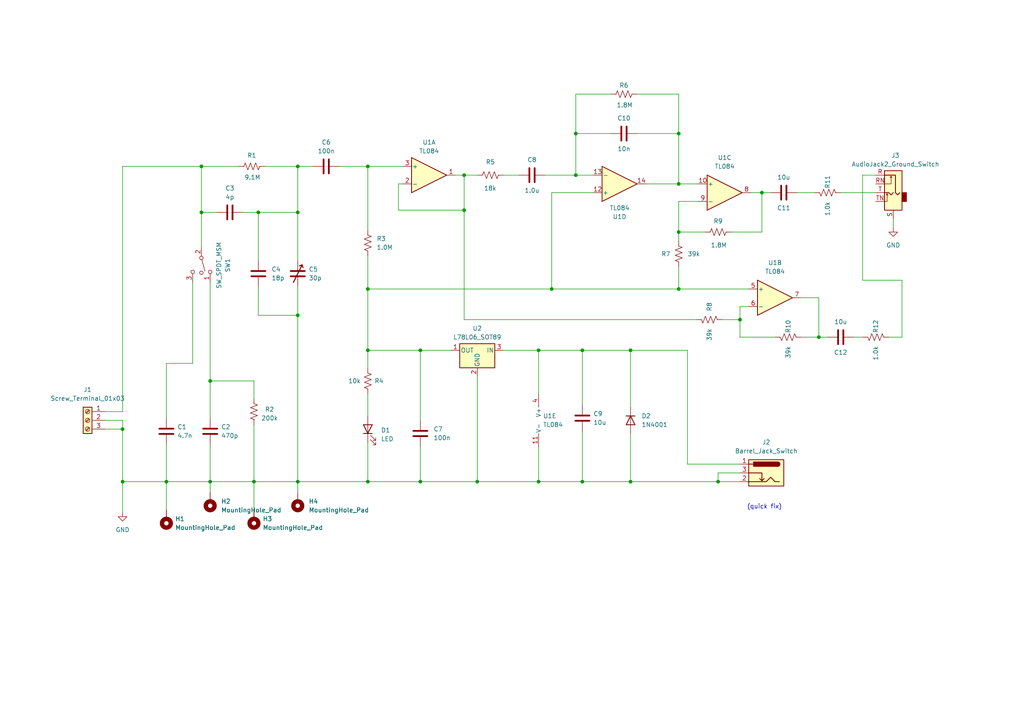
<source format=kicad_sch>
(kicad_sch
	(version 20250114)
	(generator "eeschema")
	(generator_version "9.0")
	(uuid "b7263ebf-d74d-4fdb-8017-e4e8544e3c77")
	(paper "A4")
	(title_block
		(title "V6.01 Integrator")
		(date "2025-03-04")
		(rev "1.2")
		(company "KW")
	)
	(lib_symbols
		(symbol "Amplifier_Operational:TL084"
			(pin_names
				(offset 0.127)
			)
			(exclude_from_sim no)
			(in_bom yes)
			(on_board yes)
			(property "Reference" "U"
				(at 0 5.08 0)
				(effects
					(font
						(size 1.27 1.27)
					)
					(justify left)
				)
			)
			(property "Value" "TL084"
				(at 0 -5.08 0)
				(effects
					(font
						(size 1.27 1.27)
					)
					(justify left)
				)
			)
			(property "Footprint" ""
				(at -1.27 2.54 0)
				(effects
					(font
						(size 1.27 1.27)
					)
					(hide yes)
				)
			)
			(property "Datasheet" "http://www.ti.com/lit/ds/symlink/tl081.pdf"
				(at 1.27 5.08 0)
				(effects
					(font
						(size 1.27 1.27)
					)
					(hide yes)
				)
			)
			(property "Description" "Quad JFET-Input Operational Amplifiers, DIP-14/SOIC-14/SSOP-14"
				(at 0 0 0)
				(effects
					(font
						(size 1.27 1.27)
					)
					(hide yes)
				)
			)
			(property "ki_locked" ""
				(at 0 0 0)
				(effects
					(font
						(size 1.27 1.27)
					)
				)
			)
			(property "ki_keywords" "quad opamp"
				(at 0 0 0)
				(effects
					(font
						(size 1.27 1.27)
					)
					(hide yes)
				)
			)
			(property "ki_fp_filters" "SOIC*3.9x8.7mm*P1.27mm* DIP*W7.62mm* TSSOP*4.4x5mm*P0.65mm* SSOP*5.3x6.2mm*P0.65mm* MSOP*3x3mm*P0.5mm*"
				(at 0 0 0)
				(effects
					(font
						(size 1.27 1.27)
					)
					(hide yes)
				)
			)
			(symbol "TL084_1_1"
				(polyline
					(pts
						(xy -5.08 5.08) (xy 5.08 0) (xy -5.08 -5.08) (xy -5.08 5.08)
					)
					(stroke
						(width 0.254)
						(type default)
					)
					(fill
						(type background)
					)
				)
				(pin input line
					(at -7.62 2.54 0)
					(length 2.54)
					(name "+"
						(effects
							(font
								(size 1.27 1.27)
							)
						)
					)
					(number "3"
						(effects
							(font
								(size 1.27 1.27)
							)
						)
					)
				)
				(pin input line
					(at -7.62 -2.54 0)
					(length 2.54)
					(name "-"
						(effects
							(font
								(size 1.27 1.27)
							)
						)
					)
					(number "2"
						(effects
							(font
								(size 1.27 1.27)
							)
						)
					)
				)
				(pin output line
					(at 7.62 0 180)
					(length 2.54)
					(name "~"
						(effects
							(font
								(size 1.27 1.27)
							)
						)
					)
					(number "1"
						(effects
							(font
								(size 1.27 1.27)
							)
						)
					)
				)
			)
			(symbol "TL084_2_1"
				(polyline
					(pts
						(xy -5.08 5.08) (xy 5.08 0) (xy -5.08 -5.08) (xy -5.08 5.08)
					)
					(stroke
						(width 0.254)
						(type default)
					)
					(fill
						(type background)
					)
				)
				(pin input line
					(at -7.62 2.54 0)
					(length 2.54)
					(name "+"
						(effects
							(font
								(size 1.27 1.27)
							)
						)
					)
					(number "5"
						(effects
							(font
								(size 1.27 1.27)
							)
						)
					)
				)
				(pin input line
					(at -7.62 -2.54 0)
					(length 2.54)
					(name "-"
						(effects
							(font
								(size 1.27 1.27)
							)
						)
					)
					(number "6"
						(effects
							(font
								(size 1.27 1.27)
							)
						)
					)
				)
				(pin output line
					(at 7.62 0 180)
					(length 2.54)
					(name "~"
						(effects
							(font
								(size 1.27 1.27)
							)
						)
					)
					(number "7"
						(effects
							(font
								(size 1.27 1.27)
							)
						)
					)
				)
			)
			(symbol "TL084_3_1"
				(polyline
					(pts
						(xy -5.08 5.08) (xy 5.08 0) (xy -5.08 -5.08) (xy -5.08 5.08)
					)
					(stroke
						(width 0.254)
						(type default)
					)
					(fill
						(type background)
					)
				)
				(pin input line
					(at -7.62 2.54 0)
					(length 2.54)
					(name "+"
						(effects
							(font
								(size 1.27 1.27)
							)
						)
					)
					(number "10"
						(effects
							(font
								(size 1.27 1.27)
							)
						)
					)
				)
				(pin input line
					(at -7.62 -2.54 0)
					(length 2.54)
					(name "-"
						(effects
							(font
								(size 1.27 1.27)
							)
						)
					)
					(number "9"
						(effects
							(font
								(size 1.27 1.27)
							)
						)
					)
				)
				(pin output line
					(at 7.62 0 180)
					(length 2.54)
					(name "~"
						(effects
							(font
								(size 1.27 1.27)
							)
						)
					)
					(number "8"
						(effects
							(font
								(size 1.27 1.27)
							)
						)
					)
				)
			)
			(symbol "TL084_4_1"
				(polyline
					(pts
						(xy -5.08 5.08) (xy 5.08 0) (xy -5.08 -5.08) (xy -5.08 5.08)
					)
					(stroke
						(width 0.254)
						(type default)
					)
					(fill
						(type background)
					)
				)
				(pin input line
					(at -7.62 2.54 0)
					(length 2.54)
					(name "+"
						(effects
							(font
								(size 1.27 1.27)
							)
						)
					)
					(number "12"
						(effects
							(font
								(size 1.27 1.27)
							)
						)
					)
				)
				(pin input line
					(at -7.62 -2.54 0)
					(length 2.54)
					(name "-"
						(effects
							(font
								(size 1.27 1.27)
							)
						)
					)
					(number "13"
						(effects
							(font
								(size 1.27 1.27)
							)
						)
					)
				)
				(pin output line
					(at 7.62 0 180)
					(length 2.54)
					(name "~"
						(effects
							(font
								(size 1.27 1.27)
							)
						)
					)
					(number "14"
						(effects
							(font
								(size 1.27 1.27)
							)
						)
					)
				)
			)
			(symbol "TL084_5_1"
				(pin power_in line
					(at -2.54 7.62 270)
					(length 3.81)
					(name "V+"
						(effects
							(font
								(size 1.27 1.27)
							)
						)
					)
					(number "4"
						(effects
							(font
								(size 1.27 1.27)
							)
						)
					)
				)
				(pin power_in line
					(at -2.54 -7.62 90)
					(length 3.81)
					(name "V-"
						(effects
							(font
								(size 1.27 1.27)
							)
						)
					)
					(number "11"
						(effects
							(font
								(size 1.27 1.27)
							)
						)
					)
				)
			)
			(embedded_fonts no)
		)
		(symbol "Connector:Barrel_Jack_Switch"
			(pin_names
				(hide yes)
			)
			(exclude_from_sim no)
			(in_bom yes)
			(on_board yes)
			(property "Reference" "J"
				(at 0 5.334 0)
				(effects
					(font
						(size 1.27 1.27)
					)
				)
			)
			(property "Value" "Barrel_Jack_Switch"
				(at 0 -5.08 0)
				(effects
					(font
						(size 1.27 1.27)
					)
				)
			)
			(property "Footprint" ""
				(at 1.27 -1.016 0)
				(effects
					(font
						(size 1.27 1.27)
					)
					(hide yes)
				)
			)
			(property "Datasheet" "~"
				(at 1.27 -1.016 0)
				(effects
					(font
						(size 1.27 1.27)
					)
					(hide yes)
				)
			)
			(property "Description" "DC Barrel Jack with an internal switch"
				(at 0 0 0)
				(effects
					(font
						(size 1.27 1.27)
					)
					(hide yes)
				)
			)
			(property "ki_keywords" "DC power barrel jack connector"
				(at 0 0 0)
				(effects
					(font
						(size 1.27 1.27)
					)
					(hide yes)
				)
			)
			(property "ki_fp_filters" "BarrelJack*"
				(at 0 0 0)
				(effects
					(font
						(size 1.27 1.27)
					)
					(hide yes)
				)
			)
			(symbol "Barrel_Jack_Switch_0_1"
				(rectangle
					(start -5.08 3.81)
					(end 5.08 -3.81)
					(stroke
						(width 0.254)
						(type default)
					)
					(fill
						(type background)
					)
				)
				(polyline
					(pts
						(xy -3.81 -2.54) (xy -2.54 -2.54) (xy -1.27 -1.27) (xy 0 -2.54) (xy 2.54 -2.54) (xy 5.08 -2.54)
					)
					(stroke
						(width 0.254)
						(type default)
					)
					(fill
						(type none)
					)
				)
				(arc
					(start -3.302 1.905)
					(mid -3.9343 2.54)
					(end -3.302 3.175)
					(stroke
						(width 0.254)
						(type default)
					)
					(fill
						(type none)
					)
				)
				(arc
					(start -3.302 1.905)
					(mid -3.9343 2.54)
					(end -3.302 3.175)
					(stroke
						(width 0.254)
						(type default)
					)
					(fill
						(type outline)
					)
				)
				(polyline
					(pts
						(xy 1.27 -2.286) (xy 1.905 -1.651)
					)
					(stroke
						(width 0.254)
						(type default)
					)
					(fill
						(type none)
					)
				)
				(rectangle
					(start 3.683 3.175)
					(end -3.302 1.905)
					(stroke
						(width 0.254)
						(type default)
					)
					(fill
						(type outline)
					)
				)
				(polyline
					(pts
						(xy 5.08 2.54) (xy 3.81 2.54)
					)
					(stroke
						(width 0.254)
						(type default)
					)
					(fill
						(type none)
					)
				)
				(polyline
					(pts
						(xy 5.08 0) (xy 1.27 0) (xy 1.27 -2.286) (xy 0.635 -1.651)
					)
					(stroke
						(width 0.254)
						(type default)
					)
					(fill
						(type none)
					)
				)
			)
			(symbol "Barrel_Jack_Switch_1_1"
				(pin passive line
					(at 7.62 2.54 180)
					(length 2.54)
					(name "~"
						(effects
							(font
								(size 1.27 1.27)
							)
						)
					)
					(number "1"
						(effects
							(font
								(size 1.27 1.27)
							)
						)
					)
				)
				(pin passive line
					(at 7.62 0 180)
					(length 2.54)
					(name "~"
						(effects
							(font
								(size 1.27 1.27)
							)
						)
					)
					(number "3"
						(effects
							(font
								(size 1.27 1.27)
							)
						)
					)
				)
				(pin passive line
					(at 7.62 -2.54 180)
					(length 2.54)
					(name "~"
						(effects
							(font
								(size 1.27 1.27)
							)
						)
					)
					(number "2"
						(effects
							(font
								(size 1.27 1.27)
							)
						)
					)
				)
			)
			(embedded_fonts no)
		)
		(symbol "Connector:Screw_Terminal_01x03"
			(pin_names
				(offset 1.016)
				(hide yes)
			)
			(exclude_from_sim no)
			(in_bom yes)
			(on_board yes)
			(property "Reference" "J"
				(at 0 5.08 0)
				(effects
					(font
						(size 1.27 1.27)
					)
				)
			)
			(property "Value" "Screw_Terminal_01x03"
				(at 0 -5.08 0)
				(effects
					(font
						(size 1.27 1.27)
					)
				)
			)
			(property "Footprint" ""
				(at 0 0 0)
				(effects
					(font
						(size 1.27 1.27)
					)
					(hide yes)
				)
			)
			(property "Datasheet" "~"
				(at 0 0 0)
				(effects
					(font
						(size 1.27 1.27)
					)
					(hide yes)
				)
			)
			(property "Description" "Generic screw terminal, single row, 01x03, script generated (kicad-library-utils/schlib/autogen/connector/)"
				(at 0 0 0)
				(effects
					(font
						(size 1.27 1.27)
					)
					(hide yes)
				)
			)
			(property "ki_keywords" "screw terminal"
				(at 0 0 0)
				(effects
					(font
						(size 1.27 1.27)
					)
					(hide yes)
				)
			)
			(property "ki_fp_filters" "TerminalBlock*:*"
				(at 0 0 0)
				(effects
					(font
						(size 1.27 1.27)
					)
					(hide yes)
				)
			)
			(symbol "Screw_Terminal_01x03_1_1"
				(rectangle
					(start -1.27 3.81)
					(end 1.27 -3.81)
					(stroke
						(width 0.254)
						(type default)
					)
					(fill
						(type background)
					)
				)
				(polyline
					(pts
						(xy -0.5334 2.8702) (xy 0.3302 2.032)
					)
					(stroke
						(width 0.1524)
						(type default)
					)
					(fill
						(type none)
					)
				)
				(polyline
					(pts
						(xy -0.5334 0.3302) (xy 0.3302 -0.508)
					)
					(stroke
						(width 0.1524)
						(type default)
					)
					(fill
						(type none)
					)
				)
				(polyline
					(pts
						(xy -0.5334 -2.2098) (xy 0.3302 -3.048)
					)
					(stroke
						(width 0.1524)
						(type default)
					)
					(fill
						(type none)
					)
				)
				(polyline
					(pts
						(xy -0.3556 3.048) (xy 0.508 2.2098)
					)
					(stroke
						(width 0.1524)
						(type default)
					)
					(fill
						(type none)
					)
				)
				(polyline
					(pts
						(xy -0.3556 0.508) (xy 0.508 -0.3302)
					)
					(stroke
						(width 0.1524)
						(type default)
					)
					(fill
						(type none)
					)
				)
				(polyline
					(pts
						(xy -0.3556 -2.032) (xy 0.508 -2.8702)
					)
					(stroke
						(width 0.1524)
						(type default)
					)
					(fill
						(type none)
					)
				)
				(circle
					(center 0 2.54)
					(radius 0.635)
					(stroke
						(width 0.1524)
						(type default)
					)
					(fill
						(type none)
					)
				)
				(circle
					(center 0 0)
					(radius 0.635)
					(stroke
						(width 0.1524)
						(type default)
					)
					(fill
						(type none)
					)
				)
				(circle
					(center 0 -2.54)
					(radius 0.635)
					(stroke
						(width 0.1524)
						(type default)
					)
					(fill
						(type none)
					)
				)
				(pin passive line
					(at -5.08 2.54 0)
					(length 3.81)
					(name "Pin_1"
						(effects
							(font
								(size 1.27 1.27)
							)
						)
					)
					(number "1"
						(effects
							(font
								(size 1.27 1.27)
							)
						)
					)
				)
				(pin passive line
					(at -5.08 0 0)
					(length 3.81)
					(name "Pin_2"
						(effects
							(font
								(size 1.27 1.27)
							)
						)
					)
					(number "2"
						(effects
							(font
								(size 1.27 1.27)
							)
						)
					)
				)
				(pin passive line
					(at -5.08 -2.54 0)
					(length 3.81)
					(name "Pin_3"
						(effects
							(font
								(size 1.27 1.27)
							)
						)
					)
					(number "3"
						(effects
							(font
								(size 1.27 1.27)
							)
						)
					)
				)
			)
			(embedded_fonts no)
		)
		(symbol "Connector_Audio:AudioJack2_Ground_Switch"
			(exclude_from_sim no)
			(in_bom yes)
			(on_board yes)
			(property "Reference" "J3"
				(at -0.635 10.795 0)
				(effects
					(font
						(size 1.27 1.27)
					)
				)
			)
			(property "Value" "AudioJack2_Ground_Switch"
				(at -0.635 8.255 0)
				(effects
					(font
						(size 1.27 1.27)
					)
				)
			)
			(property "Footprint" "Connector_Audio:Jack_3.5mm_CUI_SJ1-3525N_Horizontal"
				(at 0 5.08 0)
				(effects
					(font
						(size 1.27 1.27)
					)
					(hide yes)
				)
			)
			(property "Datasheet" "~"
				(at 0 5.08 0)
				(effects
					(font
						(size 1.27 1.27)
					)
					(hide yes)
				)
			)
			(property "Description" ""
				(at 0 0 0)
				(effects
					(font
						(size 1.27 1.27)
					)
					(hide yes)
				)
			)
			(property "ki_keywords" "audio jack receptacle mono headphones phone TS connector"
				(at 0 0 0)
				(effects
					(font
						(size 1.27 1.27)
					)
					(hide yes)
				)
			)
			(property "ki_fp_filters" "Jack*"
				(at 0 0 0)
				(effects
					(font
						(size 1.27 1.27)
					)
					(hide yes)
				)
			)
			(symbol "AudioJack2_Ground_Switch_0_1"
				(rectangle
					(start -2.54 -2.54)
					(end -3.81 0)
					(stroke
						(width 0.254)
						(type default)
					)
					(fill
						(type outline)
					)
				)
				(rectangle
					(start 2.54 6.35)
					(end -2.54 -5.08)
					(stroke
						(width 0.254)
						(type default)
					)
					(fill
						(type background)
					)
				)
			)
			(symbol "AudioJack2_Ground_Switch_1_1"
				(polyline
					(pts
						(xy 0 0) (xy 0.635 -0.635) (xy 1.27 0) (xy 2.54 0)
					)
					(stroke
						(width 0.254)
						(type default)
					)
					(fill
						(type none)
					)
				)
				(polyline
					(pts
						(xy 0.635 4.826) (xy 0.889 4.318)
					)
					(stroke
						(width 0)
						(type default)
					)
					(fill
						(type none)
					)
				)
				(polyline
					(pts
						(xy 1.778 -0.254) (xy 2.032 -0.762)
					)
					(stroke
						(width 0)
						(type default)
					)
					(fill
						(type none)
					)
				)
				(polyline
					(pts
						(xy 2.54 5.08) (xy -0.635 5.08) (xy -0.635 0) (xy -1.27 -0.635) (xy -1.905 0)
					)
					(stroke
						(width 0.254)
						(type default)
					)
					(fill
						(type none)
					)
				)
				(polyline
					(pts
						(xy 2.54 2.54) (xy 0.635 2.54) (xy 0.635 4.826) (xy 0.381 4.318)
					)
					(stroke
						(width 0)
						(type default)
					)
					(fill
						(type none)
					)
				)
				(polyline
					(pts
						(xy 2.54 -2.54) (xy 1.778 -2.54) (xy 1.778 -0.254) (xy 1.524 -0.762)
					)
					(stroke
						(width 0)
						(type default)
					)
					(fill
						(type none)
					)
				)
				(pin passive line
					(at 0 -7.62 90)
					(length 2.54)
					(name "~"
						(effects
							(font
								(size 1.27 1.27)
							)
						)
					)
					(number "S"
						(effects
							(font
								(size 1.27 1.27)
							)
						)
					)
				)
				(pin passive line
					(at 5.08 5.08 180)
					(length 2.54)
					(name "~"
						(effects
							(font
								(size 1.27 1.27)
							)
						)
					)
					(number "R"
						(effects
							(font
								(size 1.27 1.27)
							)
						)
					)
				)
				(pin passive line
					(at 5.08 2.54 180)
					(length 2.54)
					(name "~"
						(effects
							(font
								(size 1.27 1.27)
							)
						)
					)
					(number "RN"
						(effects
							(font
								(size 1.27 1.27)
							)
						)
					)
				)
				(pin passive line
					(at 5.08 0 180)
					(length 2.54)
					(name "~"
						(effects
							(font
								(size 1.27 1.27)
							)
						)
					)
					(number "T"
						(effects
							(font
								(size 1.27 1.27)
							)
						)
					)
				)
				(pin passive line
					(at 5.08 -2.54 180)
					(length 2.54)
					(name "~"
						(effects
							(font
								(size 1.27 1.27)
							)
						)
					)
					(number "TN"
						(effects
							(font
								(size 1.27 1.27)
							)
						)
					)
				)
			)
			(embedded_fonts no)
		)
		(symbol "Device:C"
			(pin_numbers
				(hide yes)
			)
			(pin_names
				(offset 0.254)
			)
			(exclude_from_sim no)
			(in_bom yes)
			(on_board yes)
			(property "Reference" "C"
				(at 0.635 2.54 0)
				(effects
					(font
						(size 1.27 1.27)
					)
					(justify left)
				)
			)
			(property "Value" "C"
				(at 0.635 -2.54 0)
				(effects
					(font
						(size 1.27 1.27)
					)
					(justify left)
				)
			)
			(property "Footprint" ""
				(at 0.9652 -3.81 0)
				(effects
					(font
						(size 1.27 1.27)
					)
					(hide yes)
				)
			)
			(property "Datasheet" "~"
				(at 0 0 0)
				(effects
					(font
						(size 1.27 1.27)
					)
					(hide yes)
				)
			)
			(property "Description" "Unpolarized capacitor"
				(at 0 0 0)
				(effects
					(font
						(size 1.27 1.27)
					)
					(hide yes)
				)
			)
			(property "ki_keywords" "cap capacitor"
				(at 0 0 0)
				(effects
					(font
						(size 1.27 1.27)
					)
					(hide yes)
				)
			)
			(property "ki_fp_filters" "C_*"
				(at 0 0 0)
				(effects
					(font
						(size 1.27 1.27)
					)
					(hide yes)
				)
			)
			(symbol "C_0_1"
				(polyline
					(pts
						(xy -2.032 0.762) (xy 2.032 0.762)
					)
					(stroke
						(width 0.508)
						(type default)
					)
					(fill
						(type none)
					)
				)
				(polyline
					(pts
						(xy -2.032 -0.762) (xy 2.032 -0.762)
					)
					(stroke
						(width 0.508)
						(type default)
					)
					(fill
						(type none)
					)
				)
			)
			(symbol "C_1_1"
				(pin passive line
					(at 0 3.81 270)
					(length 2.794)
					(name "~"
						(effects
							(font
								(size 1.27 1.27)
							)
						)
					)
					(number "1"
						(effects
							(font
								(size 1.27 1.27)
							)
						)
					)
				)
				(pin passive line
					(at 0 -3.81 90)
					(length 2.794)
					(name "~"
						(effects
							(font
								(size 1.27 1.27)
							)
						)
					)
					(number "2"
						(effects
							(font
								(size 1.27 1.27)
							)
						)
					)
				)
			)
			(embedded_fonts no)
		)
		(symbol "Device:C_Variable"
			(pin_numbers
				(hide yes)
			)
			(pin_names
				(offset 0.254)
				(hide yes)
			)
			(exclude_from_sim no)
			(in_bom yes)
			(on_board yes)
			(property "Reference" "C"
				(at 0.635 -1.905 0)
				(effects
					(font
						(size 1.27 1.27)
					)
					(justify left)
				)
			)
			(property "Value" "C_Variable"
				(at 0.635 -3.81 0)
				(effects
					(font
						(size 1.27 1.27)
					)
					(justify left)
				)
			)
			(property "Footprint" ""
				(at 0 0 0)
				(effects
					(font
						(size 1.27 1.27)
					)
					(hide yes)
				)
			)
			(property "Datasheet" "~"
				(at 0 0 0)
				(effects
					(font
						(size 1.27 1.27)
					)
					(hide yes)
				)
			)
			(property "Description" "Variable capacitor"
				(at 0 0 0)
				(effects
					(font
						(size 1.27 1.27)
					)
					(hide yes)
				)
			)
			(property "ki_keywords" "trimmer capacitor"
				(at 0 0 0)
				(effects
					(font
						(size 1.27 1.27)
					)
					(hide yes)
				)
			)
			(symbol "C_Variable_0_1"
				(polyline
					(pts
						(xy -2.032 0.762) (xy 2.032 0.762)
					)
					(stroke
						(width 0.508)
						(type default)
					)
					(fill
						(type none)
					)
				)
				(polyline
					(pts
						(xy -2.032 -0.762) (xy 2.032 -0.762)
					)
					(stroke
						(width 0.508)
						(type default)
					)
					(fill
						(type none)
					)
				)
				(polyline
					(pts
						(xy 1.27 2.54) (xy -1.27 -2.54)
					)
					(stroke
						(width 0.3048)
						(type default)
					)
					(fill
						(type none)
					)
				)
				(polyline
					(pts
						(xy 1.27 2.54) (xy 0.508 2.286)
					)
					(stroke
						(width 0.3048)
						(type default)
					)
					(fill
						(type none)
					)
				)
				(polyline
					(pts
						(xy 1.27 2.54) (xy 1.524 1.778)
					)
					(stroke
						(width 0.3048)
						(type default)
					)
					(fill
						(type none)
					)
				)
			)
			(symbol "C_Variable_1_1"
				(pin passive line
					(at 0 3.81 270)
					(length 3.048)
					(name "~"
						(effects
							(font
								(size 1.27 1.27)
							)
						)
					)
					(number "1"
						(effects
							(font
								(size 1.27 1.27)
							)
						)
					)
				)
				(pin passive line
					(at 0 -3.81 90)
					(length 3.048)
					(name "~"
						(effects
							(font
								(size 1.27 1.27)
							)
						)
					)
					(number "2"
						(effects
							(font
								(size 1.27 1.27)
							)
						)
					)
				)
			)
			(embedded_fonts no)
		)
		(symbol "Device:LED"
			(pin_numbers
				(hide yes)
			)
			(pin_names
				(offset 1.016)
				(hide yes)
			)
			(exclude_from_sim no)
			(in_bom yes)
			(on_board yes)
			(property "Reference" "D"
				(at 0 2.54 0)
				(effects
					(font
						(size 1.27 1.27)
					)
				)
			)
			(property "Value" "LED"
				(at 0 -2.54 0)
				(effects
					(font
						(size 1.27 1.27)
					)
				)
			)
			(property "Footprint" ""
				(at 0 0 0)
				(effects
					(font
						(size 1.27 1.27)
					)
					(hide yes)
				)
			)
			(property "Datasheet" "~"
				(at 0 0 0)
				(effects
					(font
						(size 1.27 1.27)
					)
					(hide yes)
				)
			)
			(property "Description" "Light emitting diode"
				(at 0 0 0)
				(effects
					(font
						(size 1.27 1.27)
					)
					(hide yes)
				)
			)
			(property "ki_keywords" "LED diode"
				(at 0 0 0)
				(effects
					(font
						(size 1.27 1.27)
					)
					(hide yes)
				)
			)
			(property "ki_fp_filters" "LED* LED_SMD:* LED_THT:*"
				(at 0 0 0)
				(effects
					(font
						(size 1.27 1.27)
					)
					(hide yes)
				)
			)
			(symbol "LED_0_1"
				(polyline
					(pts
						(xy -3.048 -0.762) (xy -4.572 -2.286) (xy -3.81 -2.286) (xy -4.572 -2.286) (xy -4.572 -1.524)
					)
					(stroke
						(width 0)
						(type default)
					)
					(fill
						(type none)
					)
				)
				(polyline
					(pts
						(xy -1.778 -0.762) (xy -3.302 -2.286) (xy -2.54 -2.286) (xy -3.302 -2.286) (xy -3.302 -1.524)
					)
					(stroke
						(width 0)
						(type default)
					)
					(fill
						(type none)
					)
				)
				(polyline
					(pts
						(xy -1.27 0) (xy 1.27 0)
					)
					(stroke
						(width 0)
						(type default)
					)
					(fill
						(type none)
					)
				)
				(polyline
					(pts
						(xy -1.27 -1.27) (xy -1.27 1.27)
					)
					(stroke
						(width 0.254)
						(type default)
					)
					(fill
						(type none)
					)
				)
				(polyline
					(pts
						(xy 1.27 -1.27) (xy 1.27 1.27) (xy -1.27 0) (xy 1.27 -1.27)
					)
					(stroke
						(width 0.254)
						(type default)
					)
					(fill
						(type none)
					)
				)
			)
			(symbol "LED_1_1"
				(pin passive line
					(at -3.81 0 0)
					(length 2.54)
					(name "K"
						(effects
							(font
								(size 1.27 1.27)
							)
						)
					)
					(number "1"
						(effects
							(font
								(size 1.27 1.27)
							)
						)
					)
				)
				(pin passive line
					(at 3.81 0 180)
					(length 2.54)
					(name "A"
						(effects
							(font
								(size 1.27 1.27)
							)
						)
					)
					(number "2"
						(effects
							(font
								(size 1.27 1.27)
							)
						)
					)
				)
			)
			(embedded_fonts no)
		)
		(symbol "Device:R_US"
			(pin_numbers
				(hide yes)
			)
			(pin_names
				(offset 0)
			)
			(exclude_from_sim no)
			(in_bom yes)
			(on_board yes)
			(property "Reference" "R"
				(at 2.54 0 90)
				(effects
					(font
						(size 1.27 1.27)
					)
				)
			)
			(property "Value" "R_US"
				(at -2.54 0 90)
				(effects
					(font
						(size 1.27 1.27)
					)
				)
			)
			(property "Footprint" ""
				(at 1.016 -0.254 90)
				(effects
					(font
						(size 1.27 1.27)
					)
					(hide yes)
				)
			)
			(property "Datasheet" "~"
				(at 0 0 0)
				(effects
					(font
						(size 1.27 1.27)
					)
					(hide yes)
				)
			)
			(property "Description" "Resistor, US symbol"
				(at 0 0 0)
				(effects
					(font
						(size 1.27 1.27)
					)
					(hide yes)
				)
			)
			(property "ki_keywords" "R res resistor"
				(at 0 0 0)
				(effects
					(font
						(size 1.27 1.27)
					)
					(hide yes)
				)
			)
			(property "ki_fp_filters" "R_*"
				(at 0 0 0)
				(effects
					(font
						(size 1.27 1.27)
					)
					(hide yes)
				)
			)
			(symbol "R_US_0_1"
				(polyline
					(pts
						(xy 0 2.286) (xy 0 2.54)
					)
					(stroke
						(width 0)
						(type default)
					)
					(fill
						(type none)
					)
				)
				(polyline
					(pts
						(xy 0 2.286) (xy 1.016 1.905) (xy 0 1.524) (xy -1.016 1.143) (xy 0 0.762)
					)
					(stroke
						(width 0)
						(type default)
					)
					(fill
						(type none)
					)
				)
				(polyline
					(pts
						(xy 0 0.762) (xy 1.016 0.381) (xy 0 0) (xy -1.016 -0.381) (xy 0 -0.762)
					)
					(stroke
						(width 0)
						(type default)
					)
					(fill
						(type none)
					)
				)
				(polyline
					(pts
						(xy 0 -0.762) (xy 1.016 -1.143) (xy 0 -1.524) (xy -1.016 -1.905) (xy 0 -2.286)
					)
					(stroke
						(width 0)
						(type default)
					)
					(fill
						(type none)
					)
				)
				(polyline
					(pts
						(xy 0 -2.286) (xy 0 -2.54)
					)
					(stroke
						(width 0)
						(type default)
					)
					(fill
						(type none)
					)
				)
			)
			(symbol "R_US_1_1"
				(pin passive line
					(at 0 3.81 270)
					(length 1.27)
					(name "~"
						(effects
							(font
								(size 1.27 1.27)
							)
						)
					)
					(number "1"
						(effects
							(font
								(size 1.27 1.27)
							)
						)
					)
				)
				(pin passive line
					(at 0 -3.81 90)
					(length 1.27)
					(name "~"
						(effects
							(font
								(size 1.27 1.27)
							)
						)
					)
					(number "2"
						(effects
							(font
								(size 1.27 1.27)
							)
						)
					)
				)
			)
			(embedded_fonts no)
		)
		(symbol "Diode:1N4001"
			(pin_numbers
				(hide yes)
			)
			(pin_names
				(hide yes)
			)
			(exclude_from_sim no)
			(in_bom yes)
			(on_board yes)
			(property "Reference" "D"
				(at 0 2.54 0)
				(effects
					(font
						(size 1.27 1.27)
					)
				)
			)
			(property "Value" "1N4001"
				(at 0 -2.54 0)
				(effects
					(font
						(size 1.27 1.27)
					)
				)
			)
			(property "Footprint" "Diode_THT:D_DO-41_SOD81_P10.16mm_Horizontal"
				(at 0 0 0)
				(effects
					(font
						(size 1.27 1.27)
					)
					(hide yes)
				)
			)
			(property "Datasheet" "http://www.vishay.com/docs/88503/1n4001.pdf"
				(at 0 0 0)
				(effects
					(font
						(size 1.27 1.27)
					)
					(hide yes)
				)
			)
			(property "Description" "50V 1A General Purpose Rectifier Diode, DO-41"
				(at 0 0 0)
				(effects
					(font
						(size 1.27 1.27)
					)
					(hide yes)
				)
			)
			(property "Sim.Device" "D"
				(at 0 0 0)
				(effects
					(font
						(size 1.27 1.27)
					)
					(hide yes)
				)
			)
			(property "Sim.Pins" "1=K 2=A"
				(at 0 0 0)
				(effects
					(font
						(size 1.27 1.27)
					)
					(hide yes)
				)
			)
			(property "ki_keywords" "diode"
				(at 0 0 0)
				(effects
					(font
						(size 1.27 1.27)
					)
					(hide yes)
				)
			)
			(property "ki_fp_filters" "D*DO?41*"
				(at 0 0 0)
				(effects
					(font
						(size 1.27 1.27)
					)
					(hide yes)
				)
			)
			(symbol "1N4001_0_1"
				(polyline
					(pts
						(xy -1.27 1.27) (xy -1.27 -1.27)
					)
					(stroke
						(width 0.254)
						(type default)
					)
					(fill
						(type none)
					)
				)
				(polyline
					(pts
						(xy 1.27 1.27) (xy 1.27 -1.27) (xy -1.27 0) (xy 1.27 1.27)
					)
					(stroke
						(width 0.254)
						(type default)
					)
					(fill
						(type none)
					)
				)
				(polyline
					(pts
						(xy 1.27 0) (xy -1.27 0)
					)
					(stroke
						(width 0)
						(type default)
					)
					(fill
						(type none)
					)
				)
			)
			(symbol "1N4001_1_1"
				(pin passive line
					(at -3.81 0 0)
					(length 2.54)
					(name "K"
						(effects
							(font
								(size 1.27 1.27)
							)
						)
					)
					(number "1"
						(effects
							(font
								(size 1.27 1.27)
							)
						)
					)
				)
				(pin passive line
					(at 3.81 0 180)
					(length 2.54)
					(name "A"
						(effects
							(font
								(size 1.27 1.27)
							)
						)
					)
					(number "2"
						(effects
							(font
								(size 1.27 1.27)
							)
						)
					)
				)
			)
			(embedded_fonts no)
		)
		(symbol "Mechanical:MountingHole_Pad"
			(pin_numbers
				(hide yes)
			)
			(pin_names
				(offset 1.016)
				(hide yes)
			)
			(exclude_from_sim no)
			(in_bom yes)
			(on_board yes)
			(property "Reference" "H"
				(at 0 6.35 0)
				(effects
					(font
						(size 1.27 1.27)
					)
				)
			)
			(property "Value" "MountingHole_Pad"
				(at 0 4.445 0)
				(effects
					(font
						(size 1.27 1.27)
					)
				)
			)
			(property "Footprint" ""
				(at 0 0 0)
				(effects
					(font
						(size 1.27 1.27)
					)
					(hide yes)
				)
			)
			(property "Datasheet" "~"
				(at 0 0 0)
				(effects
					(font
						(size 1.27 1.27)
					)
					(hide yes)
				)
			)
			(property "Description" "Mounting Hole with connection"
				(at 0 0 0)
				(effects
					(font
						(size 1.27 1.27)
					)
					(hide yes)
				)
			)
			(property "ki_keywords" "mounting hole"
				(at 0 0 0)
				(effects
					(font
						(size 1.27 1.27)
					)
					(hide yes)
				)
			)
			(property "ki_fp_filters" "MountingHole*Pad*"
				(at 0 0 0)
				(effects
					(font
						(size 1.27 1.27)
					)
					(hide yes)
				)
			)
			(symbol "MountingHole_Pad_0_1"
				(circle
					(center 0 1.27)
					(radius 1.27)
					(stroke
						(width 1.27)
						(type default)
					)
					(fill
						(type none)
					)
				)
			)
			(symbol "MountingHole_Pad_1_1"
				(pin input line
					(at 0 -2.54 90)
					(length 2.54)
					(name "1"
						(effects
							(font
								(size 1.27 1.27)
							)
						)
					)
					(number "1"
						(effects
							(font
								(size 1.27 1.27)
							)
						)
					)
				)
			)
			(embedded_fonts no)
		)
		(symbol "Regulator_Linear:L78L06_SOT89"
			(pin_names
				(offset 0.254)
			)
			(exclude_from_sim no)
			(in_bom yes)
			(on_board yes)
			(property "Reference" "U"
				(at -3.81 3.175 0)
				(effects
					(font
						(size 1.27 1.27)
					)
				)
			)
			(property "Value" "L78L06_SOT89"
				(at -0.635 3.175 0)
				(effects
					(font
						(size 1.27 1.27)
					)
					(justify left)
				)
			)
			(property "Footprint" "Package_TO_SOT_SMD:SOT-89-3"
				(at 0 5.08 0)
				(effects
					(font
						(size 1.27 1.27)
						(italic yes)
					)
					(hide yes)
				)
			)
			(property "Datasheet" "http://www.st.com/content/ccc/resource/technical/document/datasheet/15/55/e5/aa/23/5b/43/fd/CD00000446.pdf/files/CD00000446.pdf/jcr:content/translations/en.CD00000446.pdf"
				(at 0 -1.27 0)
				(effects
					(font
						(size 1.27 1.27)
					)
					(hide yes)
				)
			)
			(property "Description" "Positive 100mA 30V Linear Regulator, Fixed Output 6V, SOT-89"
				(at 0 0 0)
				(effects
					(font
						(size 1.27 1.27)
					)
					(hide yes)
				)
			)
			(property "ki_keywords" "Voltage Regulator 100mA Positive"
				(at 0 0 0)
				(effects
					(font
						(size 1.27 1.27)
					)
					(hide yes)
				)
			)
			(property "ki_fp_filters" "SOT?89*"
				(at 0 0 0)
				(effects
					(font
						(size 1.27 1.27)
					)
					(hide yes)
				)
			)
			(symbol "L78L06_SOT89_0_1"
				(rectangle
					(start -5.08 1.905)
					(end 5.08 -5.08)
					(stroke
						(width 0.254)
						(type default)
					)
					(fill
						(type background)
					)
				)
			)
			(symbol "L78L06_SOT89_1_1"
				(pin power_in line
					(at -7.62 0 0)
					(length 2.54)
					(name "IN"
						(effects
							(font
								(size 1.27 1.27)
							)
						)
					)
					(number "3"
						(effects
							(font
								(size 1.27 1.27)
							)
						)
					)
				)
				(pin power_in line
					(at 0 -7.62 90)
					(length 2.54)
					(name "GND"
						(effects
							(font
								(size 1.27 1.27)
							)
						)
					)
					(number "2"
						(effects
							(font
								(size 1.27 1.27)
							)
						)
					)
				)
				(pin power_out line
					(at 7.62 0 180)
					(length 2.54)
					(name "OUT"
						(effects
							(font
								(size 1.27 1.27)
							)
						)
					)
					(number "1"
						(effects
							(font
								(size 1.27 1.27)
							)
						)
					)
				)
			)
			(embedded_fonts no)
		)
		(symbol "Switch:SW_SPDT_MSM"
			(pin_names
				(offset 0)
				(hide yes)
			)
			(exclude_from_sim no)
			(in_bom yes)
			(on_board yes)
			(property "Reference" "SW"
				(at 0 5.08 0)
				(effects
					(font
						(size 1.27 1.27)
					)
				)
			)
			(property "Value" "SW_SPDT_MSM"
				(at 0 -5.08 0)
				(effects
					(font
						(size 1.27 1.27)
					)
				)
			)
			(property "Footprint" ""
				(at 0 0 0)
				(effects
					(font
						(size 1.27 1.27)
					)
					(hide yes)
				)
			)
			(property "Datasheet" "~"
				(at 0 0 0)
				(effects
					(font
						(size 1.27 1.27)
					)
					(hide yes)
				)
			)
			(property "Description" "Switch, single pole double throw, center OFF position"
				(at 0 0 0)
				(effects
					(font
						(size 1.27 1.27)
					)
					(hide yes)
				)
			)
			(property "ki_keywords" "switch spdt single-pole double-throw ON-OFF-ON"
				(at 0 0 0)
				(effects
					(font
						(size 1.27 1.27)
					)
					(hide yes)
				)
			)
			(symbol "SW_SPDT_MSM_0_0"
				(circle
					(center -2.032 0)
					(radius 0.508)
					(stroke
						(width 0)
						(type default)
					)
					(fill
						(type none)
					)
				)
				(polyline
					(pts
						(xy -1.524 0.127) (xy 1.778 1.016)
					)
					(stroke
						(width 0)
						(type default)
					)
					(fill
						(type none)
					)
				)
				(circle
					(center 2.032 -2.54)
					(radius 0.508)
					(stroke
						(width 0)
						(type default)
					)
					(fill
						(type none)
					)
				)
			)
			(symbol "SW_SPDT_MSM_0_1"
				(circle
					(center 2.032 2.54)
					(radius 0.508)
					(stroke
						(width 0)
						(type default)
					)
					(fill
						(type none)
					)
				)
				(circle
					(center 2.286 0)
					(radius 0.508)
					(stroke
						(width 0)
						(type default)
					)
					(fill
						(type none)
					)
				)
			)
			(symbol "SW_SPDT_MSM_1_1"
				(pin passive line
					(at -5.08 0 0)
					(length 2.54)
					(name "2"
						(effects
							(font
								(size 1.27 1.27)
							)
						)
					)
					(number "2"
						(effects
							(font
								(size 1.27 1.27)
							)
						)
					)
				)
				(pin passive line
					(at 5.08 2.54 180)
					(length 2.54)
					(name "1"
						(effects
							(font
								(size 1.27 1.27)
							)
						)
					)
					(number "1"
						(effects
							(font
								(size 1.27 1.27)
							)
						)
					)
				)
				(pin passive line
					(at 5.08 -2.54 180)
					(length 2.54)
					(name "3"
						(effects
							(font
								(size 1.27 1.27)
							)
						)
					)
					(number "3"
						(effects
							(font
								(size 1.27 1.27)
							)
						)
					)
				)
			)
			(embedded_fonts no)
		)
		(symbol "power:GND"
			(power)
			(pin_names
				(offset 0)
			)
			(exclude_from_sim no)
			(in_bom yes)
			(on_board yes)
			(property "Reference" "#PWR"
				(at 0 -6.35 0)
				(effects
					(font
						(size 1.27 1.27)
					)
					(hide yes)
				)
			)
			(property "Value" "GND"
				(at 0 -3.81 0)
				(effects
					(font
						(size 1.27 1.27)
					)
				)
			)
			(property "Footprint" ""
				(at 0 0 0)
				(effects
					(font
						(size 1.27 1.27)
					)
					(hide yes)
				)
			)
			(property "Datasheet" ""
				(at 0 0 0)
				(effects
					(font
						(size 1.27 1.27)
					)
					(hide yes)
				)
			)
			(property "Description" "Power symbol creates a global label with name \"GND\" , ground"
				(at 0 0 0)
				(effects
					(font
						(size 1.27 1.27)
					)
					(hide yes)
				)
			)
			(property "ki_keywords" "global power"
				(at 0 0 0)
				(effects
					(font
						(size 1.27 1.27)
					)
					(hide yes)
				)
			)
			(symbol "GND_0_1"
				(polyline
					(pts
						(xy 0 0) (xy 0 -1.27) (xy 1.27 -1.27) (xy 0 -2.54) (xy -1.27 -1.27) (xy 0 -1.27)
					)
					(stroke
						(width 0)
						(type default)
					)
					(fill
						(type none)
					)
				)
			)
			(symbol "GND_1_1"
				(pin power_in line
					(at 0 0 270)
					(length 0)
					(hide yes)
					(name "GND"
						(effects
							(font
								(size 1.27 1.27)
							)
						)
					)
					(number "1"
						(effects
							(font
								(size 1.27 1.27)
							)
						)
					)
				)
			)
			(embedded_fonts no)
		)
	)
	(text "(quick fix)"
		(exclude_from_sim no)
		(at 221.742 147.066 0)
		(effects
			(font
				(size 1.27 1.27)
			)
		)
		(uuid "979d5b19-6d98-4df4-8460-b8b6e6e92761")
	)
	(junction
		(at 196.85 53.34)
		(diameter 0)
		(color 0 0 0 0)
		(uuid "0431a8e2-f57d-4901-9e24-bd867656410c")
	)
	(junction
		(at 160.02 83.82)
		(diameter 0)
		(color 0 0 0 0)
		(uuid "05b4a2e8-a774-4802-9aea-c8bad10d0b5f")
	)
	(junction
		(at 35.56 124.46)
		(diameter 0)
		(color 0 0 0 0)
		(uuid "07237442-7ae4-41ef-a123-2b919107b07a")
	)
	(junction
		(at 58.42 48.26)
		(diameter 0)
		(color 0 0 0 0)
		(uuid "0ebd10ab-75b4-4d1f-8b2d-f048d88ad49d")
	)
	(junction
		(at 168.91 139.7)
		(diameter 0)
		(color 0 0 0 0)
		(uuid "1463bada-100e-4c9b-a2ce-f1bbc9aefab6")
	)
	(junction
		(at 167.005 38.735)
		(diameter 0)
		(color 0 0 0 0)
		(uuid "173e93ae-a979-4554-bd56-98d405f244bb")
	)
	(junction
		(at 106.68 101.6)
		(diameter 0)
		(color 0 0 0 0)
		(uuid "1d1638ce-27ed-4d7e-a194-6b23d957633f")
	)
	(junction
		(at 106.68 83.82)
		(diameter 0)
		(color 0 0 0 0)
		(uuid "1d713b04-6ea9-4964-b587-94e7ef1bf1b0")
	)
	(junction
		(at 58.42 61.595)
		(diameter 0)
		(color 0 0 0 0)
		(uuid "2256c5ff-4461-4ef1-916c-88025ba5cf18")
	)
	(junction
		(at 73.66 139.7)
		(diameter 0)
		(color 0 0 0 0)
		(uuid "2bf8c57c-9e5d-472d-b2ff-116088d01786")
	)
	(junction
		(at 106.68 48.26)
		(diameter 0)
		(color 0 0 0 0)
		(uuid "36c7eede-9003-4375-8923-ec5b8545dbf0")
	)
	(junction
		(at 60.96 139.7)
		(diameter 0)
		(color 0 0 0 0)
		(uuid "3ad02e1e-0893-406b-8c4d-b8507e90e9da")
	)
	(junction
		(at 86.36 139.7)
		(diameter 0)
		(color 0 0 0 0)
		(uuid "46cc837e-9c83-4abd-bb1b-862ac5be2808")
	)
	(junction
		(at 220.98 55.88)
		(diameter 0)
		(color 0 0 0 0)
		(uuid "6300a7ca-4b0e-4e3c-a6cf-9529d1f16845")
	)
	(junction
		(at 35.56 139.7)
		(diameter 0)
		(color 0 0 0 0)
		(uuid "665d4e09-90c7-4092-9730-e58006c84339")
	)
	(junction
		(at 138.43 139.7)
		(diameter 0)
		(color 0 0 0 0)
		(uuid "67b63334-23cd-4a60-82d2-7371cd4923e2")
	)
	(junction
		(at 214.63 92.71)
		(diameter 0)
		(color 0 0 0 0)
		(uuid "6d46f321-bba6-46ac-b7a4-f9248f11180a")
	)
	(junction
		(at 86.36 48.26)
		(diameter 0)
		(color 0 0 0 0)
		(uuid "716dfa2a-3b89-4e6a-ab84-d75862a5de6c")
	)
	(junction
		(at 121.92 101.6)
		(diameter 0)
		(color 0 0 0 0)
		(uuid "734e2beb-a946-49f2-a616-fcb8cafb6f35")
	)
	(junction
		(at 167.005 50.8)
		(diameter 0)
		(color 0 0 0 0)
		(uuid "74e3f470-a3ac-4b00-a892-4340cfd43b81")
	)
	(junction
		(at 196.85 38.735)
		(diameter 0)
		(color 0 0 0 0)
		(uuid "7e8cd29b-d1c9-4f2a-a865-bcdb0c36b2df")
	)
	(junction
		(at 121.92 139.7)
		(diameter 0)
		(color 0 0 0 0)
		(uuid "821bf1af-f072-483e-9e4f-92ef2f67fa84")
	)
	(junction
		(at 196.85 67.31)
		(diameter 0)
		(color 0 0 0 0)
		(uuid "94aa8536-a1ee-4e26-ae0c-8aafa956b0fe")
	)
	(junction
		(at 237.49 97.79)
		(diameter 0)
		(color 0 0 0 0)
		(uuid "94c136df-a2f0-4ab1-ad52-9009d4541686")
	)
	(junction
		(at 182.88 139.7)
		(diameter 0)
		(color 0 0 0 0)
		(uuid "95206780-6edb-4036-8c60-024db8d3a9da")
	)
	(junction
		(at 208.28 139.7)
		(diameter 0)
		(color 0 0 0 0)
		(uuid "a63e8071-75da-4ae7-8dd7-33ddabbd5cc4")
	)
	(junction
		(at 134.62 60.96)
		(diameter 0)
		(color 0 0 0 0)
		(uuid "a66e1d8a-4263-419d-b0c6-8ed3effc95c5")
	)
	(junction
		(at 106.68 139.7)
		(diameter 0)
		(color 0 0 0 0)
		(uuid "ae284e2d-a98f-437a-8bc2-80cc6203a121")
	)
	(junction
		(at 156.21 101.6)
		(diameter 0)
		(color 0 0 0 0)
		(uuid "b040dc9e-9d2a-4121-8b31-7feacfb79b51")
	)
	(junction
		(at 60.96 110.49)
		(diameter 0)
		(color 0 0 0 0)
		(uuid "b3826ed9-8cd0-49f1-9797-54dd972b9cd3")
	)
	(junction
		(at 86.36 61.595)
		(diameter 0)
		(color 0 0 0 0)
		(uuid "b3ebd0da-ef16-4dff-b659-ae66f549df73")
	)
	(junction
		(at 196.85 83.82)
		(diameter 0)
		(color 0 0 0 0)
		(uuid "b761939c-7775-4dc2-a5f7-83fe0adbf4d1")
	)
	(junction
		(at 182.88 101.6)
		(diameter 0)
		(color 0 0 0 0)
		(uuid "b952f70b-e830-4e6c-9a40-18ee3797c96c")
	)
	(junction
		(at 86.36 91.44)
		(diameter 0)
		(color 0 0 0 0)
		(uuid "c0224653-d08b-40c5-a1a7-bfe9880c66ec")
	)
	(junction
		(at 48.26 139.7)
		(diameter 0)
		(color 0 0 0 0)
		(uuid "ca8cd265-65c8-4c2c-a483-a1b86aee2672")
	)
	(junction
		(at 168.91 101.6)
		(diameter 0)
		(color 0 0 0 0)
		(uuid "d64c7198-7389-4e33-945b-3e1c54cbb3d2")
	)
	(junction
		(at 156.21 139.7)
		(diameter 0)
		(color 0 0 0 0)
		(uuid "db105b01-9c91-46af-9991-b6884a93bc7c")
	)
	(junction
		(at 134.62 50.8)
		(diameter 0)
		(color 0 0 0 0)
		(uuid "f5980b64-def6-44f6-9742-6dad65d91195")
	)
	(junction
		(at 74.93 61.595)
		(diameter 0)
		(color 0 0 0 0)
		(uuid "feb853c5-2ef6-4381-81c6-43cc29e1725e")
	)
	(wire
		(pts
			(xy 224.79 97.79) (xy 214.63 97.79)
		)
		(stroke
			(width 0)
			(type default)
		)
		(uuid "00388579-c088-4edd-9493-43c83c69fafc")
	)
	(wire
		(pts
			(xy 121.92 101.6) (xy 130.81 101.6)
		)
		(stroke
			(width 0)
			(type default)
		)
		(uuid "042dbf70-9a1b-45ed-90fc-eaac25c88178")
	)
	(wire
		(pts
			(xy 168.91 101.6) (xy 168.91 117.475)
		)
		(stroke
			(width 0)
			(type default)
		)
		(uuid "0f307e30-bb68-4a3a-840b-409631bd79d8")
	)
	(wire
		(pts
			(xy 158.115 50.8) (xy 167.005 50.8)
		)
		(stroke
			(width 0)
			(type default)
		)
		(uuid "10c2ff36-4ca6-4579-9224-a645d1d2d353")
	)
	(wire
		(pts
			(xy 167.005 50.8) (xy 167.005 38.735)
		)
		(stroke
			(width 0)
			(type default)
		)
		(uuid "115404c1-fc4c-4373-a910-b37b10800961")
	)
	(wire
		(pts
			(xy 132.08 50.8) (xy 134.62 50.8)
		)
		(stroke
			(width 0)
			(type default)
		)
		(uuid "12da266d-0121-4f63-8dd2-b8bb539c6e5f")
	)
	(wire
		(pts
			(xy 98.425 48.26) (xy 106.68 48.26)
		)
		(stroke
			(width 0)
			(type default)
		)
		(uuid "159872ac-e6a4-47a8-a18a-55c3c11ad119")
	)
	(wire
		(pts
			(xy 172.085 55.88) (xy 160.02 55.88)
		)
		(stroke
			(width 0)
			(type default)
		)
		(uuid "1610611e-dbf1-4261-9784-1acbe4547fe0")
	)
	(wire
		(pts
			(xy 86.36 61.595) (xy 86.36 75.565)
		)
		(stroke
			(width 0)
			(type default)
		)
		(uuid "18fbb11e-0bf3-443d-86b8-b5b58f3282d1")
	)
	(wire
		(pts
			(xy 220.98 55.88) (xy 223.52 55.88)
		)
		(stroke
			(width 0)
			(type default)
		)
		(uuid "1c406428-1b3b-46ee-9506-eb3c922a096e")
	)
	(wire
		(pts
			(xy 182.88 125.73) (xy 182.88 139.7)
		)
		(stroke
			(width 0)
			(type default)
		)
		(uuid "1f602bd0-d268-4c44-b4f1-3c784a237728")
	)
	(wire
		(pts
			(xy 146.05 50.8) (xy 150.495 50.8)
		)
		(stroke
			(width 0)
			(type default)
		)
		(uuid "208c5d3c-5db1-46c2-9bfc-04843108c8b3")
	)
	(wire
		(pts
			(xy 86.36 139.7) (xy 106.68 139.7)
		)
		(stroke
			(width 0)
			(type default)
		)
		(uuid "2724baab-074e-4151-a386-b4c435ba6784")
	)
	(wire
		(pts
			(xy 35.56 121.92) (xy 35.56 124.46)
		)
		(stroke
			(width 0)
			(type default)
		)
		(uuid "2b670898-0cee-4593-b31f-da05374e874f")
	)
	(wire
		(pts
			(xy 115.57 53.34) (xy 115.57 60.96)
		)
		(stroke
			(width 0)
			(type default)
		)
		(uuid "2e0dee57-48f1-4821-ac72-745b347672b3")
	)
	(wire
		(pts
			(xy 160.02 83.82) (xy 196.85 83.82)
		)
		(stroke
			(width 0)
			(type default)
		)
		(uuid "2e7ed970-310f-4286-99af-8881e33f3a5e")
	)
	(wire
		(pts
			(xy 86.36 91.44) (xy 74.93 91.44)
		)
		(stroke
			(width 0)
			(type default)
		)
		(uuid "2f3020d5-5e8f-4c7a-af2f-32d82bb9755d")
	)
	(wire
		(pts
			(xy 106.68 74.295) (xy 106.68 83.82)
		)
		(stroke
			(width 0)
			(type default)
		)
		(uuid "31df712a-e012-47d2-931f-d555a003c1ff")
	)
	(wire
		(pts
			(xy 196.85 38.735) (xy 196.85 53.34)
		)
		(stroke
			(width 0)
			(type default)
		)
		(uuid "3472b9fa-02f7-4110-8c4a-7585462debcc")
	)
	(wire
		(pts
			(xy 58.42 61.595) (xy 62.865 61.595)
		)
		(stroke
			(width 0)
			(type default)
		)
		(uuid "36e1679d-40ce-44cf-8f14-60623c85f50e")
	)
	(wire
		(pts
			(xy 106.68 106.68) (xy 106.68 101.6)
		)
		(stroke
			(width 0)
			(type default)
		)
		(uuid "387ab9ff-410c-4a9d-af89-9e3e07062323")
	)
	(wire
		(pts
			(xy 182.88 101.6) (xy 199.39 101.6)
		)
		(stroke
			(width 0)
			(type default)
		)
		(uuid "39748871-ab46-4317-b963-7b6a67f99944")
	)
	(wire
		(pts
			(xy 199.39 134.62) (xy 199.39 101.6)
		)
		(stroke
			(width 0)
			(type default)
		)
		(uuid "3c5412cd-8352-4d29-a5a6-bd90f47e9ca6")
	)
	(wire
		(pts
			(xy 106.68 114.3) (xy 106.68 120.65)
		)
		(stroke
			(width 0)
			(type default)
		)
		(uuid "3e262133-2a5f-4579-9120-d3bbca2e14ce")
	)
	(wire
		(pts
			(xy 86.36 91.44) (xy 86.36 139.7)
		)
		(stroke
			(width 0)
			(type default)
		)
		(uuid "3e3f0f19-3bc6-48bb-8392-d1249459d427")
	)
	(wire
		(pts
			(xy 214.63 92.71) (xy 214.63 88.9)
		)
		(stroke
			(width 0)
			(type default)
		)
		(uuid "3f863630-e070-44b3-945c-507f613904ff")
	)
	(wire
		(pts
			(xy 58.42 48.26) (xy 58.42 61.595)
		)
		(stroke
			(width 0)
			(type default)
		)
		(uuid "44355779-9bb3-4496-922a-4205808b9da3")
	)
	(wire
		(pts
			(xy 208.28 139.7) (xy 214.63 139.7)
		)
		(stroke
			(width 0)
			(type default)
		)
		(uuid "482ad44b-d123-49bb-a1f0-bf67d43c494b")
	)
	(wire
		(pts
			(xy 73.66 139.7) (xy 86.36 139.7)
		)
		(stroke
			(width 0)
			(type default)
		)
		(uuid "482e3af8-9fae-4aea-89f0-1983d5737567")
	)
	(wire
		(pts
			(xy 121.92 129.54) (xy 121.92 139.7)
		)
		(stroke
			(width 0)
			(type default)
		)
		(uuid "49877062-7f12-4c34-8838-a490135cf81d")
	)
	(wire
		(pts
			(xy 237.49 86.36) (xy 237.49 97.79)
		)
		(stroke
			(width 0)
			(type default)
		)
		(uuid "49f437c5-af93-43b5-8b19-93a54f5b81d4")
	)
	(wire
		(pts
			(xy 58.42 71.755) (xy 58.42 61.595)
		)
		(stroke
			(width 0)
			(type default)
		)
		(uuid "4a27e300-25e1-4a4c-a84e-23a4b07bcd3c")
	)
	(wire
		(pts
			(xy 182.88 139.7) (xy 208.28 139.7)
		)
		(stroke
			(width 0)
			(type default)
		)
		(uuid "4a8d4f59-6209-4db3-a02f-4359d4d8af15")
	)
	(wire
		(pts
			(xy 35.56 139.7) (xy 48.26 139.7)
		)
		(stroke
			(width 0)
			(type default)
		)
		(uuid "4de95f72-f733-4bfc-96eb-2167339045a9")
	)
	(wire
		(pts
			(xy 196.85 77.47) (xy 196.85 83.82)
		)
		(stroke
			(width 0)
			(type default)
		)
		(uuid "4e36e7ba-da9c-4aa1-81dc-6e5cf194b6e4")
	)
	(wire
		(pts
			(xy 106.68 128.27) (xy 106.68 139.7)
		)
		(stroke
			(width 0)
			(type default)
		)
		(uuid "503bb624-0f0b-4c02-906d-2436f8388de1")
	)
	(wire
		(pts
			(xy 73.66 123.19) (xy 73.66 139.7)
		)
		(stroke
			(width 0)
			(type default)
		)
		(uuid "5092dd3f-e741-4b7d-9e7c-396fa2217102")
	)
	(wire
		(pts
			(xy 60.96 81.915) (xy 60.96 110.49)
		)
		(stroke
			(width 0)
			(type default)
		)
		(uuid "51595564-8bff-43c4-83f7-f46595f673da")
	)
	(wire
		(pts
			(xy 146.05 101.6) (xy 156.21 101.6)
		)
		(stroke
			(width 0)
			(type default)
		)
		(uuid "51f18b39-4267-470e-8816-f779071a17cc")
	)
	(wire
		(pts
			(xy 58.42 48.26) (xy 69.215 48.26)
		)
		(stroke
			(width 0)
			(type default)
		)
		(uuid "5d543c81-8b27-4522-9f2b-41dcd8965372")
	)
	(wire
		(pts
			(xy 167.005 38.735) (xy 167.005 27.305)
		)
		(stroke
			(width 0)
			(type default)
		)
		(uuid "5e2734fb-0990-4244-95f4-d2b2413469c8")
	)
	(wire
		(pts
			(xy 73.66 110.49) (xy 60.96 110.49)
		)
		(stroke
			(width 0)
			(type default)
		)
		(uuid "5ec9418b-8d89-4ca6-b07b-e2062c2d69e1")
	)
	(wire
		(pts
			(xy 214.63 88.9) (xy 217.17 88.9)
		)
		(stroke
			(width 0)
			(type default)
		)
		(uuid "5fb4c221-8343-4370-a10a-4536590141a4")
	)
	(wire
		(pts
			(xy 121.92 101.6) (xy 121.92 121.92)
		)
		(stroke
			(width 0)
			(type default)
		)
		(uuid "6171512e-5aa2-4a7f-a90c-3422d0789b07")
	)
	(wire
		(pts
			(xy 35.56 139.7) (xy 35.56 148.59)
		)
		(stroke
			(width 0)
			(type default)
		)
		(uuid "63ae484c-4237-48aa-823f-abfe60dbb9c8")
	)
	(wire
		(pts
			(xy 134.62 60.96) (xy 134.62 50.8)
		)
		(stroke
			(width 0)
			(type default)
		)
		(uuid "6632e3be-4cb3-4001-a2f6-4620c95221c4")
	)
	(wire
		(pts
			(xy 160.02 55.88) (xy 160.02 83.82)
		)
		(stroke
			(width 0)
			(type default)
		)
		(uuid "68c64e6c-5985-4b1d-8a77-fac1fcb1cdc4")
	)
	(wire
		(pts
			(xy 74.93 61.595) (xy 86.36 61.595)
		)
		(stroke
			(width 0)
			(type default)
		)
		(uuid "6ab76d67-05e6-40e3-a2bf-963096d45eb1")
	)
	(wire
		(pts
			(xy 250.19 97.79) (xy 247.65 97.79)
		)
		(stroke
			(width 0)
			(type default)
		)
		(uuid "6afb1ee0-4dec-4dd7-8f4c-94726728f284")
	)
	(wire
		(pts
			(xy 116.84 53.34) (xy 115.57 53.34)
		)
		(stroke
			(width 0)
			(type default)
		)
		(uuid "6c166a5f-7e06-4fe0-8362-714be136efa5")
	)
	(wire
		(pts
			(xy 86.36 83.185) (xy 86.36 91.44)
		)
		(stroke
			(width 0)
			(type default)
		)
		(uuid "70d92bec-a451-4b4b-a27f-7ff5f3417c5e")
	)
	(wire
		(pts
			(xy 250.19 81.28) (xy 261.62 81.28)
		)
		(stroke
			(width 0)
			(type default)
		)
		(uuid "7102b23f-254d-42db-8347-ffb87c4945cf")
	)
	(wire
		(pts
			(xy 86.36 48.26) (xy 90.805 48.26)
		)
		(stroke
			(width 0)
			(type default)
		)
		(uuid "72b0bedc-a981-456c-ba59-2891d239f5eb")
	)
	(wire
		(pts
			(xy 106.68 139.7) (xy 121.92 139.7)
		)
		(stroke
			(width 0)
			(type default)
		)
		(uuid "778ea540-240c-4002-9826-6f0593f6933f")
	)
	(wire
		(pts
			(xy 196.85 53.34) (xy 202.565 53.34)
		)
		(stroke
			(width 0)
			(type default)
		)
		(uuid "7aaa7306-c66e-4a03-867f-cfb407c6c95e")
	)
	(wire
		(pts
			(xy 232.41 97.79) (xy 237.49 97.79)
		)
		(stroke
			(width 0)
			(type default)
		)
		(uuid "7b282a41-1140-4786-a612-a1f91370db96")
	)
	(wire
		(pts
			(xy 168.91 139.7) (xy 182.88 139.7)
		)
		(stroke
			(width 0)
			(type default)
		)
		(uuid "7cd5a80c-71da-423d-b856-772df917559f")
	)
	(wire
		(pts
			(xy 237.49 97.79) (xy 240.03 97.79)
		)
		(stroke
			(width 0)
			(type default)
		)
		(uuid "7df29bc5-2658-4157-9eae-47b38460ea2a")
	)
	(wire
		(pts
			(xy 48.26 128.905) (xy 48.26 139.7)
		)
		(stroke
			(width 0)
			(type default)
		)
		(uuid "7eb754e6-cf89-4935-a717-17c7abe1e8e6")
	)
	(wire
		(pts
			(xy 138.43 139.7) (xy 156.21 139.7)
		)
		(stroke
			(width 0)
			(type default)
		)
		(uuid "7f0c0238-725c-4e1d-80cf-97a563165390")
	)
	(wire
		(pts
			(xy 86.36 48.26) (xy 86.36 61.595)
		)
		(stroke
			(width 0)
			(type default)
		)
		(uuid "823be666-d6ef-4bc6-9746-b3f411cd7985")
	)
	(wire
		(pts
			(xy 156.21 101.6) (xy 156.21 114.3)
		)
		(stroke
			(width 0)
			(type default)
		)
		(uuid "8334719d-9e97-452c-ad95-370a6b4cbf4a")
	)
	(wire
		(pts
			(xy 60.96 142.875) (xy 60.96 139.7)
		)
		(stroke
			(width 0)
			(type default)
		)
		(uuid "84e648ec-7be1-4075-9b8f-7f853c4f9cdb")
	)
	(wire
		(pts
			(xy 236.22 55.88) (xy 231.14 55.88)
		)
		(stroke
			(width 0)
			(type default)
		)
		(uuid "84fd807f-67dc-4bf0-8e21-b66845dc0beb")
	)
	(wire
		(pts
			(xy 30.48 124.46) (xy 35.56 124.46)
		)
		(stroke
			(width 0)
			(type default)
		)
		(uuid "86478a45-33b4-4067-91a5-de0b463e0ac0")
	)
	(wire
		(pts
			(xy 48.26 105.41) (xy 55.88 105.41)
		)
		(stroke
			(width 0)
			(type default)
		)
		(uuid "86cf0a92-e133-411e-911f-e9664a7ea569")
	)
	(wire
		(pts
			(xy 106.68 83.82) (xy 106.68 101.6)
		)
		(stroke
			(width 0)
			(type default)
		)
		(uuid "8707dcbb-e34e-444e-bd66-4f5f0f3c6411")
	)
	(wire
		(pts
			(xy 208.28 137.16) (xy 208.28 139.7)
		)
		(stroke
			(width 0)
			(type default)
		)
		(uuid "873aba5d-1488-4854-9240-4a26a5a6e427")
	)
	(wire
		(pts
			(xy 196.85 27.305) (xy 196.85 38.735)
		)
		(stroke
			(width 0)
			(type default)
		)
		(uuid "87410520-2e71-4dc5-b5f8-2385e1d6415f")
	)
	(wire
		(pts
			(xy 250.19 50.8) (xy 254 50.8)
		)
		(stroke
			(width 0)
			(type default)
		)
		(uuid "88a5feb5-1f06-41e6-a1ff-891db54ff11d")
	)
	(wire
		(pts
			(xy 250.19 81.28) (xy 250.19 50.8)
		)
		(stroke
			(width 0)
			(type default)
		)
		(uuid "8b44d933-a073-471c-b790-0be46dd2d5c3")
	)
	(wire
		(pts
			(xy 261.62 81.28) (xy 261.62 97.79)
		)
		(stroke
			(width 0)
			(type default)
		)
		(uuid "8be5b4d4-8930-4d90-93f5-5c601621bc4b")
	)
	(wire
		(pts
			(xy 48.26 139.7) (xy 60.96 139.7)
		)
		(stroke
			(width 0)
			(type default)
		)
		(uuid "8eb1fe2d-9181-49c7-a6c7-c67782e051f1")
	)
	(wire
		(pts
			(xy 156.21 139.7) (xy 168.91 139.7)
		)
		(stroke
			(width 0)
			(type default)
		)
		(uuid "93195c94-9b33-434b-9bcd-6c3f8e85d2bf")
	)
	(wire
		(pts
			(xy 48.26 147.955) (xy 48.26 139.7)
		)
		(stroke
			(width 0)
			(type default)
		)
		(uuid "9430bc89-e529-4161-b8c7-34bedd249465")
	)
	(wire
		(pts
			(xy 196.85 58.42) (xy 196.85 67.31)
		)
		(stroke
			(width 0)
			(type default)
		)
		(uuid "94a8a9be-8b1b-499d-8801-a55f3419a2f3")
	)
	(wire
		(pts
			(xy 214.63 137.16) (xy 208.28 137.16)
		)
		(stroke
			(width 0)
			(type default)
		)
		(uuid "97019629-669c-4bbf-9131-0a4a8c390832")
	)
	(wire
		(pts
			(xy 220.98 67.31) (xy 220.98 55.88)
		)
		(stroke
			(width 0)
			(type default)
		)
		(uuid "9854d935-9ef1-4a20-8020-0a9137c9cbdb")
	)
	(wire
		(pts
			(xy 134.62 92.71) (xy 201.93 92.71)
		)
		(stroke
			(width 0)
			(type default)
		)
		(uuid "9b0ab4c6-1b01-429b-9253-154a1b16e20e")
	)
	(wire
		(pts
			(xy 35.56 48.26) (xy 35.56 119.38)
		)
		(stroke
			(width 0)
			(type default)
		)
		(uuid "9d0c4c8c-109f-4932-9e96-2151f3178a1a")
	)
	(wire
		(pts
			(xy 106.68 83.82) (xy 160.02 83.82)
		)
		(stroke
			(width 0)
			(type default)
		)
		(uuid "9da7cbb8-b2d8-4f25-a317-3267f807c8a5")
	)
	(wire
		(pts
			(xy 232.41 86.36) (xy 237.49 86.36)
		)
		(stroke
			(width 0)
			(type default)
		)
		(uuid "a7c50159-b7b1-4954-a3ef-6cc116c3d563")
	)
	(wire
		(pts
			(xy 138.43 109.22) (xy 138.43 139.7)
		)
		(stroke
			(width 0)
			(type default)
		)
		(uuid "a9ca19fe-a0d2-46af-badd-e84481fda5c4")
	)
	(wire
		(pts
			(xy 74.93 91.44) (xy 74.93 83.185)
		)
		(stroke
			(width 0)
			(type default)
		)
		(uuid "a9f8d37a-b9c3-46dc-bf12-778300878be9")
	)
	(wire
		(pts
			(xy 196.85 58.42) (xy 202.565 58.42)
		)
		(stroke
			(width 0)
			(type default)
		)
		(uuid "aaf53c41-a114-48be-9619-1890ab21ba21")
	)
	(wire
		(pts
			(xy 196.85 53.34) (xy 187.325 53.34)
		)
		(stroke
			(width 0)
			(type default)
		)
		(uuid "ab82184c-1d2d-4c31-b890-bdd0d4d62c04")
	)
	(wire
		(pts
			(xy 73.66 147.955) (xy 73.66 139.7)
		)
		(stroke
			(width 0)
			(type default)
		)
		(uuid "ac789c34-e6f9-498f-b495-3393c04245cc")
	)
	(wire
		(pts
			(xy 106.68 101.6) (xy 121.92 101.6)
		)
		(stroke
			(width 0)
			(type default)
		)
		(uuid "af54eac8-5ba3-4884-9838-d8caaa229610")
	)
	(wire
		(pts
			(xy 156.21 129.54) (xy 156.21 139.7)
		)
		(stroke
			(width 0)
			(type default)
		)
		(uuid "b1d6cc4e-c452-46e6-8e7e-ad938698efbd")
	)
	(wire
		(pts
			(xy 115.57 60.96) (xy 134.62 60.96)
		)
		(stroke
			(width 0)
			(type default)
		)
		(uuid "b2bd5c7f-1e4f-4ece-af98-1a4bc28cbd09")
	)
	(wire
		(pts
			(xy 182.88 101.6) (xy 182.88 118.11)
		)
		(stroke
			(width 0)
			(type default)
		)
		(uuid "b33767f2-810b-4dd2-8874-73b17456aa9a")
	)
	(wire
		(pts
			(xy 196.85 67.31) (xy 196.85 69.85)
		)
		(stroke
			(width 0)
			(type default)
		)
		(uuid "b37fefbe-f938-46ff-b58e-59709f6d1faa")
	)
	(wire
		(pts
			(xy 60.96 139.7) (xy 73.66 139.7)
		)
		(stroke
			(width 0)
			(type default)
		)
		(uuid "b436b194-b504-4560-9ad3-179286d9f474")
	)
	(wire
		(pts
			(xy 167.005 38.735) (xy 177.165 38.735)
		)
		(stroke
			(width 0)
			(type default)
		)
		(uuid "b741b6c3-f8bb-496f-bf82-06bf788dfb68")
	)
	(wire
		(pts
			(xy 184.785 27.305) (xy 196.85 27.305)
		)
		(stroke
			(width 0)
			(type default)
		)
		(uuid "ba0543ee-d465-4054-8d0d-a5c60277107e")
	)
	(wire
		(pts
			(xy 167.005 50.8) (xy 172.085 50.8)
		)
		(stroke
			(width 0)
			(type default)
		)
		(uuid "ba657008-46e7-44f8-85b1-7e09e754fab1")
	)
	(wire
		(pts
			(xy 156.21 101.6) (xy 168.91 101.6)
		)
		(stroke
			(width 0)
			(type default)
		)
		(uuid "bd883481-5285-4970-8f63-b8121387d712")
	)
	(wire
		(pts
			(xy 106.68 48.26) (xy 116.84 48.26)
		)
		(stroke
			(width 0)
			(type default)
		)
		(uuid "c011cb6f-3658-4f84-9ca8-e17161fdc983")
	)
	(wire
		(pts
			(xy 35.56 124.46) (xy 35.56 139.7)
		)
		(stroke
			(width 0)
			(type default)
		)
		(uuid "c0b5122a-0145-46dc-be0f-69bfc4605198")
	)
	(wire
		(pts
			(xy 35.56 121.92) (xy 30.48 121.92)
		)
		(stroke
			(width 0)
			(type default)
		)
		(uuid "c24339df-1f72-4fa6-8ee0-50904f551e9e")
	)
	(wire
		(pts
			(xy 58.42 48.26) (xy 35.56 48.26)
		)
		(stroke
			(width 0)
			(type default)
		)
		(uuid "c296c662-e0f4-4d38-94d6-ed1474d33122")
	)
	(wire
		(pts
			(xy 209.55 92.71) (xy 214.63 92.71)
		)
		(stroke
			(width 0)
			(type default)
		)
		(uuid "c49720f6-9453-412e-a651-c5a4701f79d9")
	)
	(wire
		(pts
			(xy 243.84 55.88) (xy 254 55.88)
		)
		(stroke
			(width 0)
			(type default)
		)
		(uuid "c4f1adbe-4716-41f6-9e6f-4b78da0ee6e0")
	)
	(wire
		(pts
			(xy 35.56 119.38) (xy 30.48 119.38)
		)
		(stroke
			(width 0)
			(type default)
		)
		(uuid "c4f584b6-7d27-491f-837e-a23883952d1a")
	)
	(wire
		(pts
			(xy 76.835 48.26) (xy 86.36 48.26)
		)
		(stroke
			(width 0)
			(type default)
		)
		(uuid "c8ef3403-e0f7-4071-8b63-5ef50d0198ad")
	)
	(wire
		(pts
			(xy 73.66 115.57) (xy 73.66 110.49)
		)
		(stroke
			(width 0)
			(type default)
		)
		(uuid "c9e0f1e1-6c95-461f-a61f-4921cb828089")
	)
	(wire
		(pts
			(xy 70.485 61.595) (xy 74.93 61.595)
		)
		(stroke
			(width 0)
			(type default)
		)
		(uuid "ce50339d-af21-4e46-b5d8-d86b9fc98338")
	)
	(wire
		(pts
			(xy 74.93 61.595) (xy 74.93 75.565)
		)
		(stroke
			(width 0)
			(type default)
		)
		(uuid "d0e36cb8-b786-47c6-bc27-df83ecea1795")
	)
	(wire
		(pts
			(xy 134.62 50.8) (xy 138.43 50.8)
		)
		(stroke
			(width 0)
			(type default)
		)
		(uuid "d2ea463b-023f-4224-8cb0-173f8b75bfd9")
	)
	(wire
		(pts
			(xy 106.68 48.26) (xy 106.68 66.675)
		)
		(stroke
			(width 0)
			(type default)
		)
		(uuid "d3eff083-5b47-4fba-a130-95e671d6c61f")
	)
	(wire
		(pts
			(xy 55.88 81.915) (xy 55.88 105.41)
		)
		(stroke
			(width 0)
			(type default)
		)
		(uuid "d5dc018e-ddd7-4a81-9aea-84b203dc2954")
	)
	(wire
		(pts
			(xy 168.91 101.6) (xy 182.88 101.6)
		)
		(stroke
			(width 0)
			(type default)
		)
		(uuid "d5dd703c-d812-453e-8e61-1cccd6cb136b")
	)
	(wire
		(pts
			(xy 261.62 97.79) (xy 257.81 97.79)
		)
		(stroke
			(width 0)
			(type default)
		)
		(uuid "d6f00a22-e4ac-402f-b3fb-a0f9c60b48cf")
	)
	(wire
		(pts
			(xy 168.91 139.7) (xy 168.91 125.095)
		)
		(stroke
			(width 0)
			(type default)
		)
		(uuid "da8d1dc8-44f0-465f-9eb6-bc5e0c487333")
	)
	(wire
		(pts
			(xy 212.09 67.31) (xy 220.98 67.31)
		)
		(stroke
			(width 0)
			(type default)
		)
		(uuid "dee8be77-773d-4ab0-ae63-90fa6d58ee01")
	)
	(wire
		(pts
			(xy 220.98 55.88) (xy 217.805 55.88)
		)
		(stroke
			(width 0)
			(type default)
		)
		(uuid "e0c54f49-1c37-46b0-85d4-497b44fac8b6")
	)
	(wire
		(pts
			(xy 167.005 27.305) (xy 177.165 27.305)
		)
		(stroke
			(width 0)
			(type default)
		)
		(uuid "e21a96d9-7909-40f8-861a-b97a7dcd405d")
	)
	(wire
		(pts
			(xy 60.96 128.905) (xy 60.96 139.7)
		)
		(stroke
			(width 0)
			(type default)
		)
		(uuid "e46d0598-b37b-4679-b9e5-26ed78a7c508")
	)
	(wire
		(pts
			(xy 48.26 105.41) (xy 48.26 121.285)
		)
		(stroke
			(width 0)
			(type default)
		)
		(uuid "e6c84ff3-22da-4a9d-b4ec-00c8aaec4ca7")
	)
	(wire
		(pts
			(xy 214.63 97.79) (xy 214.63 92.71)
		)
		(stroke
			(width 0)
			(type default)
		)
		(uuid "ea914a0d-f2ed-4d35-bddc-e32069b0d425")
	)
	(wire
		(pts
			(xy 60.96 110.49) (xy 60.96 121.285)
		)
		(stroke
			(width 0)
			(type default)
		)
		(uuid "ecff69dc-8ada-4488-93fb-f4ca89e8f391")
	)
	(wire
		(pts
			(xy 86.36 142.875) (xy 86.36 139.7)
		)
		(stroke
			(width 0)
			(type default)
		)
		(uuid "ee2ae50d-c65d-4eb2-8ebd-e2b6717f35a7")
	)
	(wire
		(pts
			(xy 204.47 67.31) (xy 196.85 67.31)
		)
		(stroke
			(width 0)
			(type default)
		)
		(uuid "efaad0f2-0688-4d74-9183-30bd7cb41c29")
	)
	(wire
		(pts
			(xy 259.08 66.04) (xy 259.08 63.5)
		)
		(stroke
			(width 0)
			(type default)
		)
		(uuid "f725166d-43fb-4c1b-a5a1-1df934c4bdfd")
	)
	(wire
		(pts
			(xy 134.62 60.96) (xy 134.62 92.71)
		)
		(stroke
			(width 0)
			(type default)
		)
		(uuid "f7496a5e-6ca6-4728-bbfa-c4366ff63953")
	)
	(wire
		(pts
			(xy 121.92 139.7) (xy 138.43 139.7)
		)
		(stroke
			(width 0)
			(type default)
		)
		(uuid "f7d0acf6-11d8-4a3d-8348-19d3876dc18f")
	)
	(wire
		(pts
			(xy 199.39 134.62) (xy 214.63 134.62)
		)
		(stroke
			(width 0)
			(type default)
		)
		(uuid "fbf61546-45ac-40f2-bccd-5181c928b87b")
	)
	(wire
		(pts
			(xy 184.785 38.735) (xy 196.85 38.735)
		)
		(stroke
			(width 0)
			(type default)
		)
		(uuid "fdd3f4fa-e6ee-4fbd-90e7-3fe23691de8c")
	)
	(wire
		(pts
			(xy 196.85 83.82) (xy 217.17 83.82)
		)
		(stroke
			(width 0)
			(type default)
		)
		(uuid "fe810da0-4dc3-492f-936d-18772ff92752")
	)
	(symbol
		(lib_id "Device:R_US")
		(at 73.025 48.26 90)
		(unit 1)
		(exclude_from_sim no)
		(in_bom yes)
		(on_board yes)
		(dnp no)
		(uuid "03e92562-2d46-4233-9140-210c67cca103")
		(property "Reference" "R1"
			(at 73.025 45.085 90)
			(effects
				(font
					(size 1.27 1.27)
				)
			)
		)
		(property "Value" "9.1M"
			(at 75.565 51.435 90)
			(effects
				(font
					(size 1.27 1.27)
				)
				(justify left)
			)
		)
		(property "Footprint" "Resistor_SMD:R_0603_1608Metric"
			(at 73.279 47.244 90)
			(effects
				(font
					(size 1.27 1.27)
				)
				(hide yes)
			)
		)
		(property "Datasheet" "~"
			(at 73.025 48.26 0)
			(effects
				(font
					(size 1.27 1.27)
				)
				(hide yes)
			)
		)
		(property "Description" ""
			(at 73.025 48.26 0)
			(effects
				(font
					(size 1.27 1.27)
				)
				(hide yes)
			)
		)
		(pin "1"
			(uuid "ab1832f1-3d90-4ea5-8a07-7c2b30a12240")
		)
		(pin "2"
			(uuid "d3d587bc-d2c6-465f-9c0e-fc6c2b9ebdf9")
		)
		(instances
			(project "integrator-V6"
				(path "/b7263ebf-d74d-4fdb-8017-e4e8544e3c77"
					(reference "R1")
					(unit 1)
				)
			)
		)
	)
	(symbol
		(lib_id "Device:R_US")
		(at 106.68 110.49 0)
		(unit 1)
		(exclude_from_sim no)
		(in_bom yes)
		(on_board yes)
		(dnp no)
		(uuid "04bdbebc-c912-4fe0-9cec-4639f170fbe5")
		(property "Reference" "R4"
			(at 108.585 110.49 0)
			(effects
				(font
					(size 1.27 1.27)
				)
				(justify left)
			)
		)
		(property "Value" "10k"
			(at 100.965 110.49 0)
			(effects
				(font
					(size 1.27 1.27)
				)
				(justify left)
			)
		)
		(property "Footprint" "Resistor_SMD:R_0603_1608Metric"
			(at 107.696 110.744 90)
			(effects
				(font
					(size 1.27 1.27)
				)
				(hide yes)
			)
		)
		(property "Datasheet" "~"
			(at 106.68 110.49 0)
			(effects
				(font
					(size 1.27 1.27)
				)
				(hide yes)
			)
		)
		(property "Description" ""
			(at 106.68 110.49 0)
			(effects
				(font
					(size 1.27 1.27)
				)
				(hide yes)
			)
		)
		(pin "1"
			(uuid "89c72674-1578-47b5-b188-eb26a1edf275")
		)
		(pin "2"
			(uuid "f03ac336-55e7-41b6-90ae-593bd1dea9fb")
		)
		(instances
			(project "integrator-V6"
				(path "/b7263ebf-d74d-4fdb-8017-e4e8544e3c77"
					(reference "R4")
					(unit 1)
				)
			)
		)
	)
	(symbol
		(lib_id "Device:C_Variable")
		(at 86.36 79.375 0)
		(unit 1)
		(exclude_from_sim no)
		(in_bom yes)
		(on_board yes)
		(dnp no)
		(fields_autoplaced yes)
		(uuid "0b75a489-18ea-40dd-81b7-ece0bd8cb64b")
		(property "Reference" "C5"
			(at 89.535 78.1049 0)
			(effects
				(font
					(size 1.27 1.27)
				)
				(justify left)
			)
		)
		(property "Value" "30p"
			(at 89.535 80.6449 0)
			(effects
				(font
					(size 1.27 1.27)
				)
				(justify left)
			)
		)
		(property "Footprint" "Capacitor_SMD:C_Trimmer_Murata_TZB4-A"
			(at 86.36 79.375 0)
			(effects
				(font
					(size 1.27 1.27)
				)
				(hide yes)
			)
		)
		(property "Datasheet" "~"
			(at 86.36 79.375 0)
			(effects
				(font
					(size 1.27 1.27)
				)
				(hide yes)
			)
		)
		(property "Description" ""
			(at 86.36 79.375 0)
			(effects
				(font
					(size 1.27 1.27)
				)
				(hide yes)
			)
		)
		(pin "1"
			(uuid "6e5dafdd-b68e-4c75-9df0-9d6e2128fed8")
		)
		(pin "2"
			(uuid "d6853776-7c31-4210-87a7-1e16e23ca0bf")
		)
		(instances
			(project "integrator-V6"
				(path "/b7263ebf-d74d-4fdb-8017-e4e8544e3c77"
					(reference "C5")
					(unit 1)
				)
			)
		)
	)
	(symbol
		(lib_id "Device:R_US")
		(at 142.24 50.8 270)
		(unit 1)
		(exclude_from_sim no)
		(in_bom yes)
		(on_board yes)
		(dnp no)
		(uuid "1300660d-7950-40f0-93cc-2fb40874ed7a")
		(property "Reference" "R5"
			(at 142.24 46.99 90)
			(effects
				(font
					(size 1.27 1.27)
				)
			)
		)
		(property "Value" "18k"
			(at 140.335 54.61 90)
			(effects
				(font
					(size 1.27 1.27)
				)
				(justify left)
			)
		)
		(property "Footprint" "Resistor_SMD:R_0603_1608Metric"
			(at 141.986 51.816 90)
			(effects
				(font
					(size 1.27 1.27)
				)
				(hide yes)
			)
		)
		(property "Datasheet" "~"
			(at 142.24 50.8 0)
			(effects
				(font
					(size 1.27 1.27)
				)
				(hide yes)
			)
		)
		(property "Description" ""
			(at 142.24 50.8 0)
			(effects
				(font
					(size 1.27 1.27)
				)
				(hide yes)
			)
		)
		(pin "1"
			(uuid "271a9ea5-6cb7-4c23-883c-96abc6bbb7ca")
		)
		(pin "2"
			(uuid "8a8ce94b-8563-4cef-b1c1-78f2093add18")
		)
		(instances
			(project "integrator-V6"
				(path "/b7263ebf-d74d-4fdb-8017-e4e8544e3c77"
					(reference "R5")
					(unit 1)
				)
			)
		)
	)
	(symbol
		(lib_id "Device:R_US")
		(at 254 97.79 90)
		(mirror x)
		(unit 1)
		(exclude_from_sim no)
		(in_bom yes)
		(on_board yes)
		(dnp no)
		(uuid "15c8edcc-294a-4898-90a1-9d364089487a")
		(property "Reference" "R12"
			(at 254 92.71 0)
			(effects
				(font
					(size 1.27 1.27)
				)
				(justify left)
			)
		)
		(property "Value" "1.0k"
			(at 254 100.33 0)
			(effects
				(font
					(size 1.27 1.27)
				)
				(justify left)
			)
		)
		(property "Footprint" "Resistor_SMD:R_0603_1608Metric"
			(at 254.254 98.806 90)
			(effects
				(font
					(size 1.27 1.27)
				)
				(hide yes)
			)
		)
		(property "Datasheet" "~"
			(at 254 97.79 0)
			(effects
				(font
					(size 1.27 1.27)
				)
				(hide yes)
			)
		)
		(property "Description" ""
			(at 254 97.79 0)
			(effects
				(font
					(size 1.27 1.27)
				)
				(hide yes)
			)
		)
		(pin "1"
			(uuid "e5361bc9-3071-48a8-aff1-ae1f57efa607")
		)
		(pin "2"
			(uuid "9f5e7331-6e0b-40d9-8283-5c4a2a25abe6")
		)
		(instances
			(project "integrator-V6"
				(path "/b7263ebf-d74d-4fdb-8017-e4e8544e3c77"
					(reference "R12")
					(unit 1)
				)
			)
		)
	)
	(symbol
		(lib_id "Device:C")
		(at 168.91 121.285 0)
		(unit 1)
		(exclude_from_sim no)
		(in_bom yes)
		(on_board yes)
		(dnp no)
		(fields_autoplaced yes)
		(uuid "1d86e95a-d618-443f-99d0-67258b6e878e")
		(property "Reference" "C9"
			(at 172.085 120.015 0)
			(effects
				(font
					(size 1.27 1.27)
				)
				(justify left)
			)
		)
		(property "Value" "10u"
			(at 172.085 122.555 0)
			(effects
				(font
					(size 1.27 1.27)
				)
				(justify left)
			)
		)
		(property "Footprint" "Capacitor_SMD:C_0805_2012Metric"
			(at 169.8752 125.095 0)
			(effects
				(font
					(size 1.27 1.27)
				)
				(hide yes)
			)
		)
		(property "Datasheet" "~"
			(at 168.91 121.285 0)
			(effects
				(font
					(size 1.27 1.27)
				)
				(hide yes)
			)
		)
		(property "Description" ""
			(at 168.91 121.285 0)
			(effects
				(font
					(size 1.27 1.27)
				)
				(hide yes)
			)
		)
		(pin "1"
			(uuid "38d206ac-d220-4b3a-b6dd-1ab3fcb483f5")
		)
		(pin "2"
			(uuid "6bb8b621-ce9a-431d-933b-e06a69dd0800")
		)
		(instances
			(project "integrator-V6"
				(path "/b7263ebf-d74d-4fdb-8017-e4e8544e3c77"
					(reference "C9")
					(unit 1)
				)
			)
		)
	)
	(symbol
		(lib_id "Device:C")
		(at 121.92 125.73 0)
		(unit 1)
		(exclude_from_sim no)
		(in_bom yes)
		(on_board yes)
		(dnp no)
		(fields_autoplaced yes)
		(uuid "2b30346a-d775-4f89-a7ee-1b5c833accc9")
		(property "Reference" "C7"
			(at 125.73 124.46 0)
			(effects
				(font
					(size 1.27 1.27)
				)
				(justify left)
			)
		)
		(property "Value" "100n"
			(at 125.73 127 0)
			(effects
				(font
					(size 1.27 1.27)
				)
				(justify left)
			)
		)
		(property "Footprint" "Capacitor_SMD:C_0603_1608Metric"
			(at 122.8852 129.54 0)
			(effects
				(font
					(size 1.27 1.27)
				)
				(hide yes)
			)
		)
		(property "Datasheet" "~"
			(at 121.92 125.73 0)
			(effects
				(font
					(size 1.27 1.27)
				)
				(hide yes)
			)
		)
		(property "Description" ""
			(at 121.92 125.73 0)
			(effects
				(font
					(size 1.27 1.27)
				)
				(hide yes)
			)
		)
		(pin "1"
			(uuid "75552502-ac0d-4484-8193-f184d2ef420e")
		)
		(pin "2"
			(uuid "43a54a24-fcae-4e7b-8701-9847ad48f31f")
		)
		(instances
			(project "integrator-V6"
				(path "/b7263ebf-d74d-4fdb-8017-e4e8544e3c77"
					(reference "C7")
					(unit 1)
				)
			)
		)
	)
	(symbol
		(lib_id "Connector:Screw_Terminal_01x03")
		(at 25.4 121.92 0)
		(mirror y)
		(unit 1)
		(exclude_from_sim no)
		(in_bom yes)
		(on_board yes)
		(dnp no)
		(fields_autoplaced yes)
		(uuid "2e4875c8-febe-443f-986a-9425281db230")
		(property "Reference" "J1"
			(at 25.4 113.03 0)
			(effects
				(font
					(size 1.27 1.27)
				)
			)
		)
		(property "Value" "Screw_Terminal_01x03"
			(at 25.4 115.57 0)
			(effects
				(font
					(size 1.27 1.27)
				)
			)
		)
		(property "Footprint" "TerminalBlock_4Ucon:TerminalBlock_4Ucon_1x03_P3.50mm_Vertical"
			(at 25.4 121.92 0)
			(effects
				(font
					(size 1.27 1.27)
				)
				(hide yes)
			)
		)
		(property "Datasheet" "~"
			(at 25.4 121.92 0)
			(effects
				(font
					(size 1.27 1.27)
				)
				(hide yes)
			)
		)
		(property "Description" "Generic screw terminal, single row, 01x03, script generated (kicad-library-utils/schlib/autogen/connector/)"
			(at 25.4 121.92 0)
			(effects
				(font
					(size 1.27 1.27)
				)
				(hide yes)
			)
		)
		(pin "1"
			(uuid "d2d25735-bdb5-45b4-88c5-1410eefc32ed")
		)
		(pin "2"
			(uuid "21c3e714-7bd5-4bcd-ab74-983c7b70aeae")
		)
		(pin "3"
			(uuid "f57c241b-8323-4e5b-9dde-c0141cbf4152")
		)
		(instances
			(project ""
				(path "/b7263ebf-d74d-4fdb-8017-e4e8544e3c77"
					(reference "J1")
					(unit 1)
				)
			)
		)
	)
	(symbol
		(lib_id "Mechanical:MountingHole_Pad")
		(at 48.26 150.495 180)
		(unit 1)
		(exclude_from_sim no)
		(in_bom yes)
		(on_board yes)
		(dnp no)
		(fields_autoplaced yes)
		(uuid "2e7095db-e1ec-4939-8b35-3ae660777b2a")
		(property "Reference" "H1"
			(at 50.8 150.495 0)
			(effects
				(font
					(size 1.27 1.27)
				)
				(justify right)
			)
		)
		(property "Value" "MountingHole_Pad"
			(at 50.8 153.035 0)
			(effects
				(font
					(size 1.27 1.27)
				)
				(justify right)
			)
		)
		(property "Footprint" "MountingHole:MountingHole_3.2mm_M3_DIN965_Pad"
			(at 48.26 150.495 0)
			(effects
				(font
					(size 1.27 1.27)
				)
				(hide yes)
			)
		)
		(property "Datasheet" "~"
			(at 48.26 150.495 0)
			(effects
				(font
					(size 1.27 1.27)
				)
				(hide yes)
			)
		)
		(property "Description" ""
			(at 48.26 150.495 0)
			(effects
				(font
					(size 1.27 1.27)
				)
				(hide yes)
			)
		)
		(pin "1"
			(uuid "8b778cd3-b886-4605-9d07-ba5a353eb4bf")
		)
		(instances
			(project "integrator-V6"
				(path "/b7263ebf-d74d-4fdb-8017-e4e8544e3c77"
					(reference "H1")
					(unit 1)
				)
			)
		)
	)
	(symbol
		(lib_id "power:GND")
		(at 35.56 148.59 0)
		(unit 1)
		(exclude_from_sim no)
		(in_bom yes)
		(on_board yes)
		(dnp no)
		(fields_autoplaced yes)
		(uuid "2fa36e48-f0dd-4e05-9aa0-0eeb5bced088")
		(property "Reference" "#PWR01"
			(at 35.56 154.94 0)
			(effects
				(font
					(size 1.27 1.27)
				)
				(hide yes)
			)
		)
		(property "Value" "GND"
			(at 35.56 153.67 0)
			(effects
				(font
					(size 1.27 1.27)
				)
			)
		)
		(property "Footprint" ""
			(at 35.56 148.59 0)
			(effects
				(font
					(size 1.27 1.27)
				)
				(hide yes)
			)
		)
		(property "Datasheet" ""
			(at 35.56 148.59 0)
			(effects
				(font
					(size 1.27 1.27)
				)
				(hide yes)
			)
		)
		(property "Description" ""
			(at 35.56 148.59 0)
			(effects
				(font
					(size 1.27 1.27)
				)
				(hide yes)
			)
		)
		(pin "1"
			(uuid "269f6132-ce00-4ef5-bda0-eea71fdaa548")
		)
		(instances
			(project "integrator-V6"
				(path "/b7263ebf-d74d-4fdb-8017-e4e8544e3c77"
					(reference "#PWR01")
					(unit 1)
				)
			)
		)
	)
	(symbol
		(lib_id "Mechanical:MountingHole_Pad")
		(at 86.36 145.415 180)
		(unit 1)
		(exclude_from_sim no)
		(in_bom yes)
		(on_board yes)
		(dnp no)
		(fields_autoplaced yes)
		(uuid "30a0295c-a269-4324-a7ff-3337ef07186c")
		(property "Reference" "H4"
			(at 89.535 145.415 0)
			(effects
				(font
					(size 1.27 1.27)
				)
				(justify right)
			)
		)
		(property "Value" "MountingHole_Pad"
			(at 89.535 147.955 0)
			(effects
				(font
					(size 1.27 1.27)
				)
				(justify right)
			)
		)
		(property "Footprint" "MountingHole:MountingHole_3.2mm_M3_DIN965_Pad"
			(at 86.36 145.415 0)
			(effects
				(font
					(size 1.27 1.27)
				)
				(hide yes)
			)
		)
		(property "Datasheet" "~"
			(at 86.36 145.415 0)
			(effects
				(font
					(size 1.27 1.27)
				)
				(hide yes)
			)
		)
		(property "Description" ""
			(at 86.36 145.415 0)
			(effects
				(font
					(size 1.27 1.27)
				)
				(hide yes)
			)
		)
		(pin "1"
			(uuid "366c7f41-ebe6-41bd-8c64-b5aa16cba985")
		)
		(instances
			(project "integrator-V6"
				(path "/b7263ebf-d74d-4fdb-8017-e4e8544e3c77"
					(reference "H4")
					(unit 1)
				)
			)
		)
	)
	(symbol
		(lib_id "Device:LED")
		(at 106.68 124.46 90)
		(unit 1)
		(exclude_from_sim no)
		(in_bom yes)
		(on_board yes)
		(dnp no)
		(fields_autoplaced yes)
		(uuid "31e00bec-c515-401c-bd0a-570a8d25ef11")
		(property "Reference" "D1"
			(at 110.49 124.7775 90)
			(effects
				(font
					(size 1.27 1.27)
				)
				(justify right)
			)
		)
		(property "Value" "LED"
			(at 110.49 127.3175 90)
			(effects
				(font
					(size 1.27 1.27)
				)
				(justify right)
			)
		)
		(property "Footprint" "LED_SMD:LED_0603_1608Metric"
			(at 106.68 124.46 0)
			(effects
				(font
					(size 1.27 1.27)
				)
				(hide yes)
			)
		)
		(property "Datasheet" "~"
			(at 106.68 124.46 0)
			(effects
				(font
					(size 1.27 1.27)
				)
				(hide yes)
			)
		)
		(property "Description" ""
			(at 106.68 124.46 0)
			(effects
				(font
					(size 1.27 1.27)
				)
				(hide yes)
			)
		)
		(pin "1"
			(uuid "82d8cc51-893e-4196-8b2c-e47d9e36cadf")
		)
		(pin "2"
			(uuid "08699df9-45f4-4634-8950-27758c6bfb4a")
		)
		(instances
			(project "integrator-V6"
				(path "/b7263ebf-d74d-4fdb-8017-e4e8544e3c77"
					(reference "D1")
					(unit 1)
				)
			)
		)
	)
	(symbol
		(lib_id "Connector:Barrel_Jack_Switch")
		(at 222.25 137.16 0)
		(mirror y)
		(unit 1)
		(exclude_from_sim no)
		(in_bom yes)
		(on_board yes)
		(dnp no)
		(uuid "33806d5f-adc8-4435-b65e-a25aa6b63fe7")
		(property "Reference" "J2"
			(at 222.25 128.27 0)
			(effects
				(font
					(size 1.27 1.27)
				)
			)
		)
		(property "Value" "Barrel_Jack_Switch"
			(at 222.25 130.81 0)
			(effects
				(font
					(size 1.27 1.27)
				)
			)
		)
		(property "Footprint" "Connector_BarrelJack:BarrelJack_GCT_DCJ200-10-A_Horizontal"
			(at 220.98 138.176 0)
			(effects
				(font
					(size 1.27 1.27)
				)
				(hide yes)
			)
		)
		(property "Datasheet" "~"
			(at 220.98 138.176 0)
			(effects
				(font
					(size 1.27 1.27)
				)
				(hide yes)
			)
		)
		(property "Description" ""
			(at 222.25 137.16 0)
			(effects
				(font
					(size 1.27 1.27)
				)
				(hide yes)
			)
		)
		(pin "1"
			(uuid "4583f3cd-155c-429d-8da5-4e728fa27c23")
		)
		(pin "2"
			(uuid "6dde4dd5-7a7f-4253-bcda-75da5e993f4f")
		)
		(pin "3"
			(uuid "bc264c84-963e-4ed4-90e4-8215186fe0e4")
		)
		(instances
			(project "integrator-V6"
				(path "/b7263ebf-d74d-4fdb-8017-e4e8544e3c77"
					(reference "J2")
					(unit 1)
				)
			)
		)
	)
	(symbol
		(lib_id "Regulator_Linear:L78L06_SOT89")
		(at 138.43 101.6 0)
		(mirror y)
		(unit 1)
		(exclude_from_sim no)
		(in_bom yes)
		(on_board yes)
		(dnp no)
		(uuid "4018c6d7-974b-4e2f-b08c-5db4890aabbf")
		(property "Reference" "U2"
			(at 138.43 95.25 0)
			(effects
				(font
					(size 1.27 1.27)
				)
			)
		)
		(property "Value" "L78L06_SOT89"
			(at 138.43 97.79 0)
			(effects
				(font
					(size 1.27 1.27)
				)
			)
		)
		(property "Footprint" "Package_TO_SOT_SMD:SOT-89-3"
			(at 138.43 96.52 0)
			(effects
				(font
					(size 1.27 1.27)
					(italic yes)
				)
				(hide yes)
			)
		)
		(property "Datasheet" "http://www.st.com/content/ccc/resource/technical/document/datasheet/15/55/e5/aa/23/5b/43/fd/CD00000446.pdf/files/CD00000446.pdf/jcr:content/translations/en.CD00000446.pdf"
			(at 138.43 102.87 0)
			(effects
				(font
					(size 1.27 1.27)
				)
				(hide yes)
			)
		)
		(property "Description" "Positive 100mA 30V Linear Regulator, Fixed Output 6V, SOT-89"
			(at 138.43 101.6 0)
			(effects
				(font
					(size 1.27 1.27)
				)
				(hide yes)
			)
		)
		(pin "2"
			(uuid "062042b5-79d3-4733-bde6-3416595c7eb2")
		)
		(pin "1"
			(uuid "a6f223b5-ec1e-4e3e-adf7-ae8a1d362867")
		)
		(pin "3"
			(uuid "e1e6d3d7-6b9f-4723-8ed0-26e756a8095e")
		)
		(instances
			(project ""
				(path "/b7263ebf-d74d-4fdb-8017-e4e8544e3c77"
					(reference "U2")
					(unit 1)
				)
			)
		)
	)
	(symbol
		(lib_id "Amplifier_Operational:TL084")
		(at 179.705 53.34 0)
		(mirror x)
		(unit 4)
		(exclude_from_sim no)
		(in_bom yes)
		(on_board yes)
		(dnp no)
		(uuid "45ee1a7c-56ce-410f-b7ed-06df016cf404")
		(property "Reference" "U1"
			(at 179.705 62.865 0)
			(effects
				(font
					(size 1.27 1.27)
				)
			)
		)
		(property "Value" "TL084"
			(at 179.705 60.325 0)
			(effects
				(font
					(size 1.27 1.27)
				)
			)
		)
		(property "Footprint" "Package_SO:SOIC-14_3.9x8.7mm_P1.27mm"
			(at 178.435 55.88 0)
			(effects
				(font
					(size 1.27 1.27)
				)
				(hide yes)
			)
		)
		(property "Datasheet" "http://www.ti.com/lit/ds/symlink/tl081.pdf"
			(at 180.975 58.42 0)
			(effects
				(font
					(size 1.27 1.27)
				)
				(hide yes)
			)
		)
		(property "Description" ""
			(at 179.705 53.34 0)
			(effects
				(font
					(size 1.27 1.27)
				)
				(hide yes)
			)
		)
		(pin "1"
			(uuid "41427f16-b5f1-4d68-9685-14f03fc3b1dc")
		)
		(pin "2"
			(uuid "00598454-be54-494a-84b0-44286abed64e")
		)
		(pin "3"
			(uuid "908b70ba-d0b4-44ba-8f6f-ce786d178f78")
		)
		(pin "5"
			(uuid "76c42f98-bd60-44ab-a07f-1cc4ec6f7b66")
		)
		(pin "6"
			(uuid "dc4b11e1-6d42-4626-94d2-9934a778f86f")
		)
		(pin "7"
			(uuid "bdcfa5aa-1b6a-4f82-bd05-fbd896248cd0")
		)
		(pin "10"
			(uuid "cda96943-d951-4e4c-9436-a6788674033b")
		)
		(pin "8"
			(uuid "38ab5124-cc1d-48b2-afd0-6fa5dec676d9")
		)
		(pin "9"
			(uuid "ba834c49-57a5-4662-8fb4-f8b738ca32c0")
		)
		(pin "12"
			(uuid "310e3438-b88d-4ff4-8c56-649d08ea18ca")
		)
		(pin "13"
			(uuid "6adb87b1-0fca-4627-b286-cfcabf176b78")
		)
		(pin "14"
			(uuid "3da99c63-deb8-4113-a5a6-92d588412951")
		)
		(pin "11"
			(uuid "1f6d7206-bed7-4e9f-a24a-71f27914506b")
		)
		(pin "4"
			(uuid "c10b40ff-1c94-4838-9239-aa99791f1b89")
		)
		(instances
			(project "integrator-V6"
				(path "/b7263ebf-d74d-4fdb-8017-e4e8544e3c77"
					(reference "U1")
					(unit 4)
				)
			)
		)
	)
	(symbol
		(lib_id "Diode:1N4001")
		(at 182.88 121.92 270)
		(unit 1)
		(exclude_from_sim no)
		(in_bom yes)
		(on_board yes)
		(dnp no)
		(fields_autoplaced yes)
		(uuid "54201142-e00f-4733-8ffd-f9300a69e13a")
		(property "Reference" "D2"
			(at 186.055 120.65 90)
			(effects
				(font
					(size 1.27 1.27)
				)
				(justify left)
			)
		)
		(property "Value" "1N4001"
			(at 186.055 123.19 90)
			(effects
				(font
					(size 1.27 1.27)
				)
				(justify left)
			)
		)
		(property "Footprint" "Diode_SMD:D_SOD-123"
			(at 182.88 121.92 0)
			(effects
				(font
					(size 1.27 1.27)
				)
				(hide yes)
			)
		)
		(property "Datasheet" "http://www.vishay.com/docs/88503/1n4001.pdf"
			(at 182.88 121.92 0)
			(effects
				(font
					(size 1.27 1.27)
				)
				(hide yes)
			)
		)
		(property "Description" ""
			(at 182.88 121.92 0)
			(effects
				(font
					(size 1.27 1.27)
				)
				(hide yes)
			)
		)
		(property "Sim.Device" "D"
			(at 182.88 121.92 0)
			(effects
				(font
					(size 1.27 1.27)
				)
				(hide yes)
			)
		)
		(property "Sim.Pins" "1=K 2=A"
			(at 182.88 121.92 0)
			(effects
				(font
					(size 1.27 1.27)
				)
				(hide yes)
			)
		)
		(pin "1"
			(uuid "f0540423-ec9f-4e7e-92ce-b414d89ac8b0")
		)
		(pin "2"
			(uuid "30f64ee3-7ed2-407a-b237-5ca5116fb671")
		)
		(instances
			(project "integrator-V6"
				(path "/b7263ebf-d74d-4fdb-8017-e4e8544e3c77"
					(reference "D2")
					(unit 1)
				)
			)
		)
	)
	(symbol
		(lib_id "Mechanical:MountingHole_Pad")
		(at 60.96 145.415 180)
		(unit 1)
		(exclude_from_sim no)
		(in_bom yes)
		(on_board yes)
		(dnp no)
		(fields_autoplaced yes)
		(uuid "551ac0b6-0890-4ce3-aec9-2c732bb73a69")
		(property "Reference" "H2"
			(at 64.135 145.415 0)
			(effects
				(font
					(size 1.27 1.27)
				)
				(justify right)
			)
		)
		(property "Value" "MountingHole_Pad"
			(at 64.135 147.955 0)
			(effects
				(font
					(size 1.27 1.27)
				)
				(justify right)
			)
		)
		(property "Footprint" "MountingHole:MountingHole_3.2mm_M3_DIN965_Pad"
			(at 60.96 145.415 0)
			(effects
				(font
					(size 1.27 1.27)
				)
				(hide yes)
			)
		)
		(property "Datasheet" "~"
			(at 60.96 145.415 0)
			(effects
				(font
					(size 1.27 1.27)
				)
				(hide yes)
			)
		)
		(property "Description" ""
			(at 60.96 145.415 0)
			(effects
				(font
					(size 1.27 1.27)
				)
				(hide yes)
			)
		)
		(pin "1"
			(uuid "d273af95-2ac5-47fe-99f1-3af0359c9d62")
		)
		(instances
			(project "integrator-V6"
				(path "/b7263ebf-d74d-4fdb-8017-e4e8544e3c77"
					(reference "H2")
					(unit 1)
				)
			)
		)
	)
	(symbol
		(lib_id "Device:C")
		(at 74.93 79.375 180)
		(unit 1)
		(exclude_from_sim no)
		(in_bom yes)
		(on_board yes)
		(dnp no)
		(fields_autoplaced yes)
		(uuid "5e8ca1f6-931d-46b0-844b-0ffa83af6bb8")
		(property "Reference" "C4"
			(at 78.74 78.105 0)
			(effects
				(font
					(size 1.27 1.27)
				)
				(justify right)
			)
		)
		(property "Value" "18p"
			(at 78.74 80.645 0)
			(effects
				(font
					(size 1.27 1.27)
				)
				(justify right)
			)
		)
		(property "Footprint" "Capacitor_SMD:C_0603_1608Metric"
			(at 73.9648 75.565 0)
			(effects
				(font
					(size 1.27 1.27)
				)
				(hide yes)
			)
		)
		(property "Datasheet" "~"
			(at 74.93 79.375 0)
			(effects
				(font
					(size 1.27 1.27)
				)
				(hide yes)
			)
		)
		(property "Description" ""
			(at 74.93 79.375 0)
			(effects
				(font
					(size 1.27 1.27)
				)
				(hide yes)
			)
		)
		(pin "1"
			(uuid "86a4e9a3-0af3-4036-b3f4-236842a149a8")
		)
		(pin "2"
			(uuid "45e97ed4-511d-4b50-bb1f-44b45145fb3b")
		)
		(instances
			(project "integrator-V6"
				(path "/b7263ebf-d74d-4fdb-8017-e4e8544e3c77"
					(reference "C4")
					(unit 1)
				)
			)
		)
	)
	(symbol
		(lib_id "Device:C")
		(at 66.675 61.595 90)
		(unit 1)
		(exclude_from_sim no)
		(in_bom yes)
		(on_board yes)
		(dnp no)
		(fields_autoplaced yes)
		(uuid "5fe94dc9-94a3-45f0-9f1b-de2a9542c005")
		(property "Reference" "C3"
			(at 66.675 54.61 90)
			(effects
				(font
					(size 1.27 1.27)
				)
			)
		)
		(property "Value" "4p"
			(at 66.675 57.15 90)
			(effects
				(font
					(size 1.27 1.27)
				)
			)
		)
		(property "Footprint" "Capacitor_SMD:C_0603_1608Metric"
			(at 70.485 60.6298 0)
			(effects
				(font
					(size 1.27 1.27)
				)
				(hide yes)
			)
		)
		(property "Datasheet" "~"
			(at 66.675 61.595 0)
			(effects
				(font
					(size 1.27 1.27)
				)
				(hide yes)
			)
		)
		(property "Description" ""
			(at 66.675 61.595 0)
			(effects
				(font
					(size 1.27 1.27)
				)
				(hide yes)
			)
		)
		(pin "1"
			(uuid "8f483c59-c0ad-41be-9d61-464b4c3a1365")
		)
		(pin "2"
			(uuid "92fcf349-54d3-438a-a57a-4ff5f2e10964")
		)
		(instances
			(project "integrator-V6"
				(path "/b7263ebf-d74d-4fdb-8017-e4e8544e3c77"
					(reference "C3")
					(unit 1)
				)
			)
		)
	)
	(symbol
		(lib_id "Switch:SW_SPDT_MSM")
		(at 58.42 76.835 270)
		(unit 1)
		(exclude_from_sim no)
		(in_bom yes)
		(on_board yes)
		(dnp no)
		(uuid "60794646-519f-438a-bd3e-7be9bd816640")
		(property "Reference" "SW1"
			(at 66.04 76.962 0)
			(effects
				(font
					(size 1.27 1.27)
				)
			)
		)
		(property "Value" "SW_SPDT_MSM"
			(at 63.5 76.962 0)
			(effects
				(font
					(size 1.27 1.27)
				)
			)
		)
		(property "Footprint" "integrator-V6:MTS-103 Switch"
			(at 58.42 76.835 0)
			(effects
				(font
					(size 1.27 1.27)
				)
				(hide yes)
			)
		)
		(property "Datasheet" "~"
			(at 58.42 76.835 0)
			(effects
				(font
					(size 1.27 1.27)
				)
				(hide yes)
			)
		)
		(property "Description" ""
			(at 58.42 76.835 0)
			(effects
				(font
					(size 1.27 1.27)
				)
				(hide yes)
			)
		)
		(pin "1"
			(uuid "4653f10d-112c-4518-aac4-30aaddefb79b")
		)
		(pin "2"
			(uuid "cab3f5ad-c4dc-43ce-bf54-ce4fc5f21f19")
		)
		(pin "3"
			(uuid "5bdf1ecc-8a0b-421b-a6f3-f446335a5c3f")
		)
		(instances
			(project "integrator-V6"
				(path "/b7263ebf-d74d-4fdb-8017-e4e8544e3c77"
					(reference "SW1")
					(unit 1)
				)
			)
		)
	)
	(symbol
		(lib_id "Amplifier_Operational:TL084")
		(at 210.185 55.88 0)
		(unit 3)
		(exclude_from_sim no)
		(in_bom yes)
		(on_board yes)
		(dnp no)
		(fields_autoplaced yes)
		(uuid "69ee8e7a-9eaf-46d3-9695-0d3808f1efde")
		(property "Reference" "U1"
			(at 210.185 45.72 0)
			(effects
				(font
					(size 1.27 1.27)
				)
			)
		)
		(property "Value" "TL084"
			(at 210.185 48.26 0)
			(effects
				(font
					(size 1.27 1.27)
				)
			)
		)
		(property "Footprint" "Package_SO:SOIC-14_3.9x8.7mm_P1.27mm"
			(at 208.915 53.34 0)
			(effects
				(font
					(size 1.27 1.27)
				)
				(hide yes)
			)
		)
		(property "Datasheet" "http://www.ti.com/lit/ds/symlink/tl081.pdf"
			(at 211.455 50.8 0)
			(effects
				(font
					(size 1.27 1.27)
				)
				(hide yes)
			)
		)
		(property "Description" ""
			(at 210.185 55.88 0)
			(effects
				(font
					(size 1.27 1.27)
				)
				(hide yes)
			)
		)
		(pin "1"
			(uuid "a64e83aa-fc49-4ac4-93be-37922270dcc6")
		)
		(pin "2"
			(uuid "f9eb5681-8db3-4a02-a201-0c91a6d67e9a")
		)
		(pin "3"
			(uuid "c3673ca3-ce67-4234-877f-0e68997b3cf1")
		)
		(pin "5"
			(uuid "4a795854-d18c-4728-86b3-983e57b0779b")
		)
		(pin "6"
			(uuid "0238eb1c-f66a-4ca6-bc96-45a5daf73f07")
		)
		(pin "7"
			(uuid "729430bb-0ca6-431c-9829-da99e6c20209")
		)
		(pin "10"
			(uuid "540e1d3d-ab90-4c2b-a3f7-edc3e82c919d")
		)
		(pin "8"
			(uuid "9b4fe789-3481-452b-8999-b3aab7102038")
		)
		(pin "9"
			(uuid "962e0c24-ba34-45a6-8d85-43e22d3854b3")
		)
		(pin "12"
			(uuid "ee4258ff-5cff-4447-8eda-7a802f581441")
		)
		(pin "13"
			(uuid "87aa7db9-3198-477b-95a3-fc79f63125a3")
		)
		(pin "14"
			(uuid "b1cedf72-85d4-47c1-bcbb-1cb52e64f270")
		)
		(pin "11"
			(uuid "055450da-62aa-4582-aab9-9b648fc2500b")
		)
		(pin "4"
			(uuid "11d9023e-9a42-4b14-954d-33a004af9ee2")
		)
		(instances
			(project "integrator-V6"
				(path "/b7263ebf-d74d-4fdb-8017-e4e8544e3c77"
					(reference "U1")
					(unit 3)
				)
			)
		)
	)
	(symbol
		(lib_id "Device:R_US")
		(at 240.03 55.88 90)
		(mirror x)
		(unit 1)
		(exclude_from_sim no)
		(in_bom yes)
		(on_board yes)
		(dnp no)
		(uuid "72600fe0-a3bf-40d9-9846-c6cd609eb9c3")
		(property "Reference" "R11"
			(at 240.03 50.8 0)
			(effects
				(font
					(size 1.27 1.27)
				)
				(justify left)
			)
		)
		(property "Value" "1.0k"
			(at 240.03 58.42 0)
			(effects
				(font
					(size 1.27 1.27)
				)
				(justify left)
			)
		)
		(property "Footprint" "Resistor_SMD:R_0603_1608Metric"
			(at 240.284 56.896 90)
			(effects
				(font
					(size 1.27 1.27)
				)
				(hide yes)
			)
		)
		(property "Datasheet" "~"
			(at 240.03 55.88 0)
			(effects
				(font
					(size 1.27 1.27)
				)
				(hide yes)
			)
		)
		(property "Description" ""
			(at 240.03 55.88 0)
			(effects
				(font
					(size 1.27 1.27)
				)
				(hide yes)
			)
		)
		(pin "1"
			(uuid "19442e84-ad18-47f4-a17f-ee00e86f47bc")
		)
		(pin "2"
			(uuid "42f31daf-8e09-4b74-bcb2-7b8893cc8157")
		)
		(instances
			(project "integrator-V6"
				(path "/b7263ebf-d74d-4fdb-8017-e4e8544e3c77"
					(reference "R11")
					(unit 1)
				)
			)
		)
	)
	(symbol
		(lib_id "Device:R_US")
		(at 228.6 97.79 90)
		(mirror x)
		(unit 1)
		(exclude_from_sim no)
		(in_bom yes)
		(on_board yes)
		(dnp no)
		(uuid "7534b195-bb6f-437c-9c5b-849aab1f9b6b")
		(property "Reference" "R10"
			(at 228.6 92.71 0)
			(effects
				(font
					(size 1.27 1.27)
				)
				(justify left)
			)
		)
		(property "Value" "39k"
			(at 228.6 100.33 0)
			(effects
				(font
					(size 1.27 1.27)
				)
				(justify left)
			)
		)
		(property "Footprint" "Resistor_SMD:R_0603_1608Metric"
			(at 228.854 98.806 90)
			(effects
				(font
					(size 1.27 1.27)
				)
				(hide yes)
			)
		)
		(property "Datasheet" "~"
			(at 228.6 97.79 0)
			(effects
				(font
					(size 1.27 1.27)
				)
				(hide yes)
			)
		)
		(property "Description" ""
			(at 228.6 97.79 0)
			(effects
				(font
					(size 1.27 1.27)
				)
				(hide yes)
			)
		)
		(pin "1"
			(uuid "3409aca9-c324-4acf-828d-10886dd4bffe")
		)
		(pin "2"
			(uuid "3121d1b3-3ee3-4ea5-9c36-43112b51e330")
		)
		(instances
			(project "integrator-V6"
				(path "/b7263ebf-d74d-4fdb-8017-e4e8544e3c77"
					(reference "R10")
					(unit 1)
				)
			)
		)
	)
	(symbol
		(lib_id "Device:C")
		(at 94.615 48.26 270)
		(unit 1)
		(exclude_from_sim no)
		(in_bom yes)
		(on_board yes)
		(dnp no)
		(fields_autoplaced yes)
		(uuid "75f4ed1c-fd86-4f09-81fb-f137c2a853a0")
		(property "Reference" "C6"
			(at 94.615 41.275 90)
			(effects
				(font
					(size 1.27 1.27)
				)
			)
		)
		(property "Value" "100n"
			(at 94.615 43.815 90)
			(effects
				(font
					(size 1.27 1.27)
				)
			)
		)
		(property "Footprint" "Capacitor_SMD:C_0603_1608Metric"
			(at 90.805 49.2252 0)
			(effects
				(font
					(size 1.27 1.27)
				)
				(hide yes)
			)
		)
		(property "Datasheet" "~"
			(at 94.615 48.26 0)
			(effects
				(font
					(size 1.27 1.27)
				)
				(hide yes)
			)
		)
		(property "Description" ""
			(at 94.615 48.26 0)
			(effects
				(font
					(size 1.27 1.27)
				)
				(hide yes)
			)
		)
		(pin "1"
			(uuid "a941f351-b869-44a7-9a8f-e541be25ee9c")
		)
		(pin "2"
			(uuid "b69646bd-dd97-4880-a4e7-d16120b3ed34")
		)
		(instances
			(project "integrator-V6"
				(path "/b7263ebf-d74d-4fdb-8017-e4e8544e3c77"
					(reference "C6")
					(unit 1)
				)
			)
		)
	)
	(symbol
		(lib_id "Device:C")
		(at 243.84 97.79 90)
		(unit 1)
		(exclude_from_sim no)
		(in_bom yes)
		(on_board yes)
		(dnp no)
		(uuid "7f75874c-f94b-453e-9d74-200f8090f30d")
		(property "Reference" "C12"
			(at 243.84 102.235 90)
			(effects
				(font
					(size 1.27 1.27)
				)
			)
		)
		(property "Value" "10u"
			(at 243.84 93.345 90)
			(effects
				(font
					(size 1.27 1.27)
				)
			)
		)
		(property "Footprint" "Capacitor_SMD:C_0805_2012Metric"
			(at 247.65 96.8248 0)
			(effects
				(font
					(size 1.27 1.27)
				)
				(hide yes)
			)
		)
		(property "Datasheet" "~"
			(at 243.84 97.79 0)
			(effects
				(font
					(size 1.27 1.27)
				)
				(hide yes)
			)
		)
		(property "Description" ""
			(at 243.84 97.79 0)
			(effects
				(font
					(size 1.27 1.27)
				)
				(hide yes)
			)
		)
		(pin "1"
			(uuid "7c1ffc53-c38f-4a2c-8ee8-48e31657543b")
		)
		(pin "2"
			(uuid "145d9ec4-9130-4dcb-8773-0a7cefed31e7")
		)
		(instances
			(project "integrator-V6"
				(path "/b7263ebf-d74d-4fdb-8017-e4e8544e3c77"
					(reference "C12")
					(unit 1)
				)
			)
		)
	)
	(symbol
		(lib_id "Device:C")
		(at 48.26 125.095 0)
		(unit 1)
		(exclude_from_sim no)
		(in_bom yes)
		(on_board yes)
		(dnp no)
		(uuid "8cd3ed90-d8db-4217-8081-d1fd7a76aaf8")
		(property "Reference" "C1"
			(at 51.435 123.825 0)
			(effects
				(font
					(size 1.27 1.27)
				)
				(justify left)
			)
		)
		(property "Value" "4.7n"
			(at 51.435 126.365 0)
			(effects
				(font
					(size 1.27 1.27)
				)
				(justify left)
			)
		)
		(property "Footprint" "Capacitor_SMD:C_0603_1608Metric"
			(at 49.2252 128.905 0)
			(effects
				(font
					(size 1.27 1.27)
				)
				(hide yes)
			)
		)
		(property "Datasheet" "~"
			(at 48.26 125.095 0)
			(effects
				(font
					(size 1.27 1.27)
				)
				(hide yes)
			)
		)
		(property "Description" ""
			(at 48.26 125.095 0)
			(effects
				(font
					(size 1.27 1.27)
				)
				(hide yes)
			)
		)
		(pin "1"
			(uuid "9be34af4-44b4-483f-92f5-6475471d48b3")
		)
		(pin "2"
			(uuid "033eca6e-8f6f-45e1-825c-8a115c8e5e37")
		)
		(instances
			(project "integrator-V6"
				(path "/b7263ebf-d74d-4fdb-8017-e4e8544e3c77"
					(reference "C1")
					(unit 1)
				)
			)
		)
	)
	(symbol
		(lib_id "Amplifier_Operational:TL084")
		(at 124.46 50.8 0)
		(unit 1)
		(exclude_from_sim no)
		(in_bom yes)
		(on_board yes)
		(dnp no)
		(fields_autoplaced yes)
		(uuid "8d733b38-2b8c-4ab0-afd9-bea27dc28b21")
		(property "Reference" "U1"
			(at 124.46 41.275 0)
			(effects
				(font
					(size 1.27 1.27)
				)
			)
		)
		(property "Value" "TL084"
			(at 124.46 43.815 0)
			(effects
				(font
					(size 1.27 1.27)
				)
			)
		)
		(property "Footprint" "Package_SO:SOIC-14_3.9x8.7mm_P1.27mm"
			(at 123.19 48.26 0)
			(effects
				(font
					(size 1.27 1.27)
				)
				(hide yes)
			)
		)
		(property "Datasheet" "http://www.ti.com/lit/ds/symlink/tl081.pdf"
			(at 125.73 45.72 0)
			(effects
				(font
					(size 1.27 1.27)
				)
				(hide yes)
			)
		)
		(property "Description" ""
			(at 124.46 50.8 0)
			(effects
				(font
					(size 1.27 1.27)
				)
				(hide yes)
			)
		)
		(pin "1"
			(uuid "396a843f-c077-45df-a9f5-ad84ff7298c4")
		)
		(pin "2"
			(uuid "85f8b7aa-d16d-4e36-9db1-6cb8c2c0668a")
		)
		(pin "3"
			(uuid "0488b1bb-de67-482a-9837-3a378cd13c06")
		)
		(pin "5"
			(uuid "bb71e998-e65b-440d-8ab0-0e399a103662")
		)
		(pin "6"
			(uuid "6127f577-556c-4085-93c2-0cd848d9a06b")
		)
		(pin "7"
			(uuid "22c3f1fb-e526-4a79-b5df-e4af93cde010")
		)
		(pin "10"
			(uuid "7bcf9ee2-5a38-4378-a225-efe69d03c288")
		)
		(pin "8"
			(uuid "ef5f452c-a5f6-4d22-9520-6a0e6fc7dce3")
		)
		(pin "9"
			(uuid "281aa1e8-7d91-4816-b3f9-5b57034727a5")
		)
		(pin "12"
			(uuid "8751afa9-27e8-43f0-9f7a-30cde07fe4a9")
		)
		(pin "13"
			(uuid "573bfa6d-95da-4a4c-b604-098243575633")
		)
		(pin "14"
			(uuid "7636067d-8bb5-4b47-bd3b-45a010358d41")
		)
		(pin "11"
			(uuid "d99c30ad-58b8-4d95-8208-049bed94f79a")
		)
		(pin "4"
			(uuid "6a8e0291-ec83-46c8-b01c-b191ac31e64f")
		)
		(instances
			(project "integrator-V6"
				(path "/b7263ebf-d74d-4fdb-8017-e4e8544e3c77"
					(reference "U1")
					(unit 1)
				)
			)
		)
	)
	(symbol
		(lib_id "Device:C")
		(at 154.305 50.8 270)
		(unit 1)
		(exclude_from_sim no)
		(in_bom yes)
		(on_board yes)
		(dnp no)
		(uuid "9022160a-e09e-4f7f-a9f6-c0c29f1d9986")
		(property "Reference" "C8"
			(at 154.305 46.355 90)
			(effects
				(font
					(size 1.27 1.27)
				)
			)
		)
		(property "Value" "1.0u"
			(at 154.305 55.245 90)
			(effects
				(font
					(size 1.27 1.27)
				)
			)
		)
		(property "Footprint" "Capacitor_SMD:C_0603_1608Metric"
			(at 150.495 51.7652 0)
			(effects
				(font
					(size 1.27 1.27)
				)
				(hide yes)
			)
		)
		(property "Datasheet" "~"
			(at 154.305 50.8 0)
			(effects
				(font
					(size 1.27 1.27)
				)
				(hide yes)
			)
		)
		(property "Description" ""
			(at 154.305 50.8 0)
			(effects
				(font
					(size 1.27 1.27)
				)
				(hide yes)
			)
		)
		(pin "1"
			(uuid "a254615c-56dd-48bb-abd1-e3c883e32f83")
		)
		(pin "2"
			(uuid "21480d30-2989-406c-8a30-697e82189253")
		)
		(instances
			(project "integrator-V6"
				(path "/b7263ebf-d74d-4fdb-8017-e4e8544e3c77"
					(reference "C8")
					(unit 1)
				)
			)
		)
	)
	(symbol
		(lib_id "Device:C")
		(at 227.33 55.88 90)
		(unit 1)
		(exclude_from_sim no)
		(in_bom yes)
		(on_board yes)
		(dnp no)
		(uuid "928abde7-dbc6-43f6-827d-8a11268e2d5b")
		(property "Reference" "C11"
			(at 227.33 60.325 90)
			(effects
				(font
					(size 1.27 1.27)
				)
			)
		)
		(property "Value" "10u"
			(at 227.33 51.435 90)
			(effects
				(font
					(size 1.27 1.27)
				)
			)
		)
		(property "Footprint" "Capacitor_SMD:C_0805_2012Metric"
			(at 231.14 54.9148 0)
			(effects
				(font
					(size 1.27 1.27)
				)
				(hide yes)
			)
		)
		(property "Datasheet" "~"
			(at 227.33 55.88 0)
			(effects
				(font
					(size 1.27 1.27)
				)
				(hide yes)
			)
		)
		(property "Description" ""
			(at 227.33 55.88 0)
			(effects
				(font
					(size 1.27 1.27)
				)
				(hide yes)
			)
		)
		(pin "1"
			(uuid "337fefba-6915-4e6f-b755-f19a8b3c7617")
		)
		(pin "2"
			(uuid "7f489c1c-5cc1-42ff-9d98-6e050994f8de")
		)
		(instances
			(project "integrator-V6"
				(path "/b7263ebf-d74d-4fdb-8017-e4e8544e3c77"
					(reference "C11")
					(unit 1)
				)
			)
		)
	)
	(symbol
		(lib_id "Mechanical:MountingHole_Pad")
		(at 73.66 150.495 180)
		(unit 1)
		(exclude_from_sim no)
		(in_bom yes)
		(on_board yes)
		(dnp no)
		(fields_autoplaced yes)
		(uuid "95b2564f-fe67-4c57-8a64-e4a72bb13d93")
		(property "Reference" "H3"
			(at 76.2 150.495 0)
			(effects
				(font
					(size 1.27 1.27)
				)
				(justify right)
			)
		)
		(property "Value" "MountingHole_Pad"
			(at 76.2 153.035 0)
			(effects
				(font
					(size 1.27 1.27)
				)
				(justify right)
			)
		)
		(property "Footprint" "MountingHole:MountingHole_3.2mm_M3_DIN965_Pad"
			(at 73.66 150.495 0)
			(effects
				(font
					(size 1.27 1.27)
				)
				(hide yes)
			)
		)
		(property "Datasheet" "~"
			(at 73.66 150.495 0)
			(effects
				(font
					(size 1.27 1.27)
				)
				(hide yes)
			)
		)
		(property "Description" ""
			(at 73.66 150.495 0)
			(effects
				(font
					(size 1.27 1.27)
				)
				(hide yes)
			)
		)
		(pin "1"
			(uuid "07891e04-e5a3-4737-8905-9a165759140c")
		)
		(instances
			(project "integrator-V6"
				(path "/b7263ebf-d74d-4fdb-8017-e4e8544e3c77"
					(reference "H3")
					(unit 1)
				)
			)
		)
	)
	(symbol
		(lib_id "Amplifier_Operational:TL084")
		(at 224.79 86.36 0)
		(unit 2)
		(exclude_from_sim no)
		(in_bom yes)
		(on_board yes)
		(dnp no)
		(uuid "9aa5daa1-3c88-4bc8-9d86-ea173a64ce66")
		(property "Reference" "U1"
			(at 224.79 76.2 0)
			(effects
				(font
					(size 1.27 1.27)
				)
			)
		)
		(property "Value" "TL084"
			(at 224.79 78.74 0)
			(effects
				(font
					(size 1.27 1.27)
				)
			)
		)
		(property "Footprint" "Package_SO:SOIC-14_3.9x8.7mm_P1.27mm"
			(at 223.52 83.82 0)
			(effects
				(font
					(size 1.27 1.27)
				)
				(hide yes)
			)
		)
		(property "Datasheet" "http://www.ti.com/lit/ds/symlink/tl081.pdf"
			(at 226.06 81.28 0)
			(effects
				(font
					(size 1.27 1.27)
				)
				(hide yes)
			)
		)
		(property "Description" ""
			(at 224.79 86.36 0)
			(effects
				(font
					(size 1.27 1.27)
				)
				(hide yes)
			)
		)
		(pin "1"
			(uuid "9d40101b-7ae4-407b-9715-4fd5ab073e01")
		)
		(pin "2"
			(uuid "a0e2a2f7-2b22-4801-aed1-0749302f1d28")
		)
		(pin "3"
			(uuid "a53c575e-3def-4661-bdc0-45d2d6aefe64")
		)
		(pin "5"
			(uuid "79b3a4bb-f7c9-4c7a-9253-89ed80452150")
		)
		(pin "6"
			(uuid "35c4dfce-6fc3-4a90-954a-ee2189aabb5a")
		)
		(pin "7"
			(uuid "7ac77603-5407-42b4-b99f-b8e049e0d34a")
		)
		(pin "10"
			(uuid "935c7c10-c265-4b87-b5de-e8de856284d7")
		)
		(pin "8"
			(uuid "112cb6b5-1a8a-491d-ac18-4fdfbe4fe9d9")
		)
		(pin "9"
			(uuid "b69ba2bd-3e59-475a-94a0-42b7b92b810d")
		)
		(pin "12"
			(uuid "a987ca39-807a-4409-b90b-150c8e56ea66")
		)
		(pin "13"
			(uuid "668ce896-ab4c-4b17-8448-e42f96a64636")
		)
		(pin "14"
			(uuid "82a93d0b-2173-4f5a-9997-17aa924d4e7a")
		)
		(pin "11"
			(uuid "813fe59d-e77b-4496-a85f-4e61639dc338")
		)
		(pin "4"
			(uuid "0b788ec4-d913-440e-8b05-79794bfc41f2")
		)
		(instances
			(project "integrator-V6"
				(path "/b7263ebf-d74d-4fdb-8017-e4e8544e3c77"
					(reference "U1")
					(unit 2)
				)
			)
		)
	)
	(symbol
		(lib_id "Device:R_US")
		(at 180.975 27.305 90)
		(unit 1)
		(exclude_from_sim no)
		(in_bom yes)
		(on_board yes)
		(dnp no)
		(uuid "a17834a7-8da2-43ea-8516-607f6a7d5001")
		(property "Reference" "R6"
			(at 180.975 24.765 90)
			(effects
				(font
					(size 1.27 1.27)
				)
			)
		)
		(property "Value" "1.8M"
			(at 183.515 30.48 90)
			(effects
				(font
					(size 1.27 1.27)
				)
				(justify left)
			)
		)
		(property "Footprint" "Resistor_SMD:R_0603_1608Metric"
			(at 181.229 26.289 90)
			(effects
				(font
					(size 1.27 1.27)
				)
				(hide yes)
			)
		)
		(property "Datasheet" "~"
			(at 180.975 27.305 0)
			(effects
				(font
					(size 1.27 1.27)
				)
				(hide yes)
			)
		)
		(property "Description" ""
			(at 180.975 27.305 0)
			(effects
				(font
					(size 1.27 1.27)
				)
				(hide yes)
			)
		)
		(pin "1"
			(uuid "9521123e-3448-4924-b954-f15bec146c16")
		)
		(pin "2"
			(uuid "f2e4cb31-5717-4a9b-af78-7549ea253abf")
		)
		(instances
			(project "integrator-V6"
				(path "/b7263ebf-d74d-4fdb-8017-e4e8544e3c77"
					(reference "R6")
					(unit 1)
				)
			)
		)
	)
	(symbol
		(lib_id "power:GND")
		(at 259.08 66.04 0)
		(unit 1)
		(exclude_from_sim no)
		(in_bom yes)
		(on_board yes)
		(dnp no)
		(fields_autoplaced yes)
		(uuid "ab98444e-10cf-4cc2-ba26-ba9b0c0c8a3b")
		(property "Reference" "#PWR02"
			(at 259.08 72.39 0)
			(effects
				(font
					(size 1.27 1.27)
				)
				(hide yes)
			)
		)
		(property "Value" "GND"
			(at 259.08 71.12 0)
			(effects
				(font
					(size 1.27 1.27)
				)
			)
		)
		(property "Footprint" ""
			(at 259.08 66.04 0)
			(effects
				(font
					(size 1.27 1.27)
				)
				(hide yes)
			)
		)
		(property "Datasheet" ""
			(at 259.08 66.04 0)
			(effects
				(font
					(size 1.27 1.27)
				)
				(hide yes)
			)
		)
		(property "Description" ""
			(at 259.08 66.04 0)
			(effects
				(font
					(size 1.27 1.27)
				)
				(hide yes)
			)
		)
		(pin "1"
			(uuid "0d754dc2-5e6f-4c74-aebc-47791b52326a")
		)
		(instances
			(project "integrator-V6"
				(path "/b7263ebf-d74d-4fdb-8017-e4e8544e3c77"
					(reference "#PWR02")
					(unit 1)
				)
			)
		)
	)
	(symbol
		(lib_id "Device:R_US")
		(at 205.74 92.71 90)
		(mirror x)
		(unit 1)
		(exclude_from_sim no)
		(in_bom yes)
		(on_board yes)
		(dnp no)
		(uuid "b587d547-b324-44f5-9eea-ce87140fc501")
		(property "Reference" "R8"
			(at 205.74 87.63 0)
			(effects
				(font
					(size 1.27 1.27)
				)
				(justify left)
			)
		)
		(property "Value" "39k"
			(at 205.74 95.25 0)
			(effects
				(font
					(size 1.27 1.27)
				)
				(justify left)
			)
		)
		(property "Footprint" "Resistor_SMD:R_0603_1608Metric"
			(at 205.994 93.726 90)
			(effects
				(font
					(size 1.27 1.27)
				)
				(hide yes)
			)
		)
		(property "Datasheet" "~"
			(at 205.74 92.71 0)
			(effects
				(font
					(size 1.27 1.27)
				)
				(hide yes)
			)
		)
		(property "Description" ""
			(at 205.74 92.71 0)
			(effects
				(font
					(size 1.27 1.27)
				)
				(hide yes)
			)
		)
		(pin "1"
			(uuid "17fcc768-e0d8-4da1-b4f5-ec0ae0f10bfd")
		)
		(pin "2"
			(uuid "34c61cda-0755-4c35-aeb9-14481c322213")
		)
		(instances
			(project "integrator-V6"
				(path "/b7263ebf-d74d-4fdb-8017-e4e8544e3c77"
					(reference "R8")
					(unit 1)
				)
			)
		)
	)
	(symbol
		(lib_id "Device:C")
		(at 180.975 38.735 270)
		(unit 1)
		(exclude_from_sim no)
		(in_bom yes)
		(on_board yes)
		(dnp no)
		(uuid "b96f6a89-91e2-44a6-bed1-435a053d18d4")
		(property "Reference" "C10"
			(at 180.975 34.29 90)
			(effects
				(font
					(size 1.27 1.27)
				)
			)
		)
		(property "Value" "10n"
			(at 180.975 43.18 90)
			(effects
				(font
					(size 1.27 1.27)
				)
			)
		)
		(property "Footprint" "Capacitor_SMD:C_0603_1608Metric"
			(at 177.165 39.7002 0)
			(effects
				(font
					(size 1.27 1.27)
				)
				(hide yes)
			)
		)
		(property "Datasheet" "~"
			(at 180.975 38.735 0)
			(effects
				(font
					(size 1.27 1.27)
				)
				(hide yes)
			)
		)
		(property "Description" ""
			(at 180.975 38.735 0)
			(effects
				(font
					(size 1.27 1.27)
				)
				(hide yes)
			)
		)
		(pin "1"
			(uuid "d46fc4b6-b911-4d52-9c89-17fc33351b23")
		)
		(pin "2"
			(uuid "27d4e0ad-70ef-45bc-8bfd-83c3899fd57e")
		)
		(instances
			(project "integrator-V6"
				(path "/b7263ebf-d74d-4fdb-8017-e4e8544e3c77"
					(reference "C10")
					(unit 1)
				)
			)
		)
	)
	(symbol
		(lib_id "Device:C")
		(at 60.96 125.095 0)
		(unit 1)
		(exclude_from_sim no)
		(in_bom yes)
		(on_board yes)
		(dnp no)
		(fields_autoplaced yes)
		(uuid "bb9206d5-9625-44d7-a177-8cfe9cdabc4c")
		(property "Reference" "C2"
			(at 64.135 123.825 0)
			(effects
				(font
					(size 1.27 1.27)
				)
				(justify left)
			)
		)
		(property "Value" "470p"
			(at 64.135 126.365 0)
			(effects
				(font
					(size 1.27 1.27)
				)
				(justify left)
			)
		)
		(property "Footprint" "Capacitor_SMD:C_0603_1608Metric"
			(at 61.9252 128.905 0)
			(effects
				(font
					(size 1.27 1.27)
				)
				(hide yes)
			)
		)
		(property "Datasheet" "~"
			(at 60.96 125.095 0)
			(effects
				(font
					(size 1.27 1.27)
				)
				(hide yes)
			)
		)
		(property "Description" ""
			(at 60.96 125.095 0)
			(effects
				(font
					(size 1.27 1.27)
				)
				(hide yes)
			)
		)
		(pin "1"
			(uuid "66a5a63e-6d81-4535-8af2-1400f2bc87bd")
		)
		(pin "2"
			(uuid "527fa828-9b23-4294-a856-445e7c98dd86")
		)
		(instances
			(project "integrator-V6"
				(path "/b7263ebf-d74d-4fdb-8017-e4e8544e3c77"
					(reference "C2")
					(unit 1)
				)
			)
		)
	)
	(symbol
		(lib_id "Device:R_US")
		(at 73.66 119.38 180)
		(unit 1)
		(exclude_from_sim no)
		(in_bom yes)
		(on_board yes)
		(dnp no)
		(uuid "ca7dec71-61a6-4811-ae5d-38073612fbdd")
		(property "Reference" "R2"
			(at 76.835 118.745 0)
			(effects
				(font
					(size 1.27 1.27)
				)
				(justify right)
			)
		)
		(property "Value" "200k"
			(at 80.645 121.285 0)
			(effects
				(font
					(size 1.27 1.27)
				)
				(justify left)
			)
		)
		(property "Footprint" "Resistor_SMD:R_0603_1608Metric"
			(at 72.644 119.126 90)
			(effects
				(font
					(size 1.27 1.27)
				)
				(hide yes)
			)
		)
		(property "Datasheet" "~"
			(at 73.66 119.38 0)
			(effects
				(font
					(size 1.27 1.27)
				)
				(hide yes)
			)
		)
		(property "Description" ""
			(at 73.66 119.38 0)
			(effects
				(font
					(size 1.27 1.27)
				)
				(hide yes)
			)
		)
		(pin "1"
			(uuid "db5da558-4bb0-4016-873d-39dcbb607d73")
		)
		(pin "2"
			(uuid "32d10830-db39-4e8a-af6d-339d01ea570d")
		)
		(instances
			(project "integrator-V6"
				(path "/b7263ebf-d74d-4fdb-8017-e4e8544e3c77"
					(reference "R2")
					(unit 1)
				)
			)
		)
	)
	(symbol
		(lib_id "Connector_Audio:AudioJack2_Ground_Switch")
		(at 259.08 55.88 0)
		(mirror y)
		(unit 1)
		(exclude_from_sim no)
		(in_bom yes)
		(on_board yes)
		(dnp no)
		(uuid "d1e8540a-cd40-4df3-bb75-191633e64d8a")
		(property "Reference" "J3"
			(at 259.715 45.085 0)
			(effects
				(font
					(size 1.27 1.27)
				)
			)
		)
		(property "Value" "AudioJack2_Ground_Switch"
			(at 259.715 47.625 0)
			(effects
				(font
					(size 1.27 1.27)
				)
			)
		)
		(property "Footprint" "Connector_Audio:Jack_3.5mm_CUI_SJ1-3525N_Horizontal"
			(at 259.08 50.8 0)
			(effects
				(font
					(size 1.27 1.27)
				)
				(hide yes)
			)
		)
		(property "Datasheet" "~"
			(at 259.08 50.8 0)
			(effects
				(font
					(size 1.27 1.27)
				)
				(hide yes)
			)
		)
		(property "Description" ""
			(at 259.08 55.88 0)
			(effects
				(font
					(size 1.27 1.27)
				)
				(hide yes)
			)
		)
		(pin "R"
			(uuid "f148d9a6-5eea-4efa-9aef-d3cb00cb3142")
		)
		(pin "S"
			(uuid "1c317ce9-ce32-4b33-b4f6-7f2efb57d56e")
		)
		(pin "RN"
			(uuid "785c8e08-0334-4c07-a838-706ab28894e4")
		)
		(pin "T"
			(uuid "f9546be7-5ed1-4da8-9adc-93b9dbb06c52")
		)
		(pin "TN"
			(uuid "ef73242a-9dbb-4c7b-baba-d1d57951897f")
		)
		(instances
			(project "integrator-V6"
				(path "/b7263ebf-d74d-4fdb-8017-e4e8544e3c77"
					(reference "J3")
					(unit 1)
				)
			)
		)
	)
	(symbol
		(lib_id "Amplifier_Operational:TL084")
		(at 158.75 121.92 0)
		(unit 5)
		(exclude_from_sim no)
		(in_bom yes)
		(on_board yes)
		(dnp no)
		(fields_autoplaced yes)
		(uuid "d6f50de1-cae0-4844-86e8-de338567610d")
		(property "Reference" "U1"
			(at 157.48 120.65 0)
			(effects
				(font
					(size 1.27 1.27)
				)
				(justify left)
			)
		)
		(property "Value" "TL084"
			(at 157.48 123.19 0)
			(effects
				(font
					(size 1.27 1.27)
				)
				(justify left)
			)
		)
		(property "Footprint" "Package_SO:SOIC-14_3.9x8.7mm_P1.27mm"
			(at 157.48 119.38 0)
			(effects
				(font
					(size 1.27 1.27)
				)
				(hide yes)
			)
		)
		(property "Datasheet" "http://www.ti.com/lit/ds/symlink/tl081.pdf"
			(at 160.02 116.84 0)
			(effects
				(font
					(size 1.27 1.27)
				)
				(hide yes)
			)
		)
		(property "Description" ""
			(at 158.75 121.92 0)
			(effects
				(font
					(size 1.27 1.27)
				)
				(hide yes)
			)
		)
		(pin "1"
			(uuid "e1c0b86d-de68-4f34-b984-a263287183fc")
		)
		(pin "2"
			(uuid "689903f2-2384-4c59-86ce-87ee77293159")
		)
		(pin "3"
			(uuid "260f4bff-1db6-4462-9a2d-5f1db802520c")
		)
		(pin "5"
			(uuid "549c1314-583a-4c66-aa3b-4cc290cd7f15")
		)
		(pin "6"
			(uuid "64120cb9-19b1-4eae-9a0e-9655eab30f7f")
		)
		(pin "7"
			(uuid "13072b5a-610f-4719-ad7b-8240576f929d")
		)
		(pin "10"
			(uuid "acecf33f-2584-43a3-af5c-2b7236ca3d6a")
		)
		(pin "8"
			(uuid "afb5ede3-b3e4-4899-a362-74463d8675b0")
		)
		(pin "9"
			(uuid "2c157468-9b86-4052-8938-807fc05c54d2")
		)
		(pin "12"
			(uuid "bcb1aa4e-015b-4d68-8959-a961635a50e4")
		)
		(pin "13"
			(uuid "4d99887e-9cca-41fb-a4d2-02ac2f310211")
		)
		(pin "14"
			(uuid "bd73d823-f08c-4d22-ac57-37fc90c09872")
		)
		(pin "11"
			(uuid "0a45a676-d222-4db0-971a-bde7c05c4093")
		)
		(pin "4"
			(uuid "15c63197-347f-4db4-b881-a72a63e3d0b7")
		)
		(instances
			(project "integrator-V6"
				(path "/b7263ebf-d74d-4fdb-8017-e4e8544e3c77"
					(reference "U1")
					(unit 5)
				)
			)
		)
	)
	(symbol
		(lib_id "Device:R_US")
		(at 106.68 70.485 0)
		(unit 1)
		(exclude_from_sim no)
		(in_bom yes)
		(on_board yes)
		(dnp no)
		(fields_autoplaced yes)
		(uuid "e33bf8e8-6367-4dde-a488-3b9c75e893b7")
		(property "Reference" "R3"
			(at 109.22 69.215 0)
			(effects
				(font
					(size 1.27 1.27)
				)
				(justify left)
			)
		)
		(property "Value" "1.0M"
			(at 109.22 71.755 0)
			(effects
				(font
					(size 1.27 1.27)
				)
				(justify left)
			)
		)
		(property "Footprint" "Resistor_SMD:R_0603_1608Metric"
			(at 107.696 70.739 90)
			(effects
				(font
					(size 1.27 1.27)
				)
				(hide yes)
			)
		)
		(property "Datasheet" "~"
			(at 106.68 70.485 0)
			(effects
				(font
					(size 1.27 1.27)
				)
				(hide yes)
			)
		)
		(property "Description" ""
			(at 106.68 70.485 0)
			(effects
				(font
					(size 1.27 1.27)
				)
				(hide yes)
			)
		)
		(pin "1"
			(uuid "3b47bdc0-391f-4982-a052-543477f9a260")
		)
		(pin "2"
			(uuid "fc193d5c-e4df-41d0-a760-c6787d0c0c70")
		)
		(instances
			(project "integrator-V6"
				(path "/b7263ebf-d74d-4fdb-8017-e4e8544e3c77"
					(reference "R3")
					(unit 1)
				)
			)
		)
	)
	(symbol
		(lib_id "Device:R_US")
		(at 208.28 67.31 90)
		(unit 1)
		(exclude_from_sim no)
		(in_bom yes)
		(on_board yes)
		(dnp no)
		(uuid "f341d1db-c8b8-4e11-ba5b-7e34a3bbd1c2")
		(property "Reference" "R9"
			(at 208.28 64.135 90)
			(effects
				(font
					(size 1.27 1.27)
				)
			)
		)
		(property "Value" "1.8M"
			(at 210.82 71.12 90)
			(effects
				(font
					(size 1.27 1.27)
				)
				(justify left)
			)
		)
		(property "Footprint" "Resistor_SMD:R_0603_1608Metric"
			(at 208.534 66.294 90)
			(effects
				(font
					(size 1.27 1.27)
				)
				(hide yes)
			)
		)
		(property "Datasheet" "~"
			(at 208.28 67.31 0)
			(effects
				(font
					(size 1.27 1.27)
				)
				(hide yes)
			)
		)
		(property "Description" ""
			(at 208.28 67.31 0)
			(effects
				(font
					(size 1.27 1.27)
				)
				(hide yes)
			)
		)
		(pin "1"
			(uuid "73948129-d9a5-4d13-9871-35830fb3eb63")
		)
		(pin "2"
			(uuid "7154ce26-bb57-42e1-978d-551af677a9cc")
		)
		(instances
			(project "integrator-V6"
				(path "/b7263ebf-d74d-4fdb-8017-e4e8544e3c77"
					(reference "R9")
					(unit 1)
				)
			)
		)
	)
	(symbol
		(lib_id "Device:R_US")
		(at 196.85 73.66 0)
		(unit 1)
		(exclude_from_sim no)
		(in_bom yes)
		(on_board yes)
		(dnp no)
		(uuid "fd11e4d2-c8f1-40dc-b006-bb76bd674c39")
		(property "Reference" "R7"
			(at 191.77 73.66 0)
			(effects
				(font
					(size 1.27 1.27)
				)
				(justify left)
			)
		)
		(property "Value" "39k"
			(at 199.39 73.66 0)
			(effects
				(font
					(size 1.27 1.27)
				)
				(justify left)
			)
		)
		(property "Footprint" "Resistor_SMD:R_0603_1608Metric"
			(at 197.866 73.914 90)
			(effects
				(font
					(size 1.27 1.27)
				)
				(hide yes)
			)
		)
		(property "Datasheet" "~"
			(at 196.85 73.66 0)
			(effects
				(font
					(size 1.27 1.27)
				)
				(hide yes)
			)
		)
		(property "Description" ""
			(at 196.85 73.66 0)
			(effects
				(font
					(size 1.27 1.27)
				)
				(hide yes)
			)
		)
		(pin "1"
			(uuid "6ac54e5f-0993-4f5b-891d-1ca64beeeaec")
		)
		(pin "2"
			(uuid "5824d9ed-03bd-4c07-ace6-5b250446cb3f")
		)
		(instances
			(project "integrator-V6"
				(path "/b7263ebf-d74d-4fdb-8017-e4e8544e3c77"
					(reference "R7")
					(unit 1)
				)
			)
		)
	)
	(sheet_instances
		(path "/"
			(page "1")
		)
	)
	(embedded_fonts no)
)

</source>
